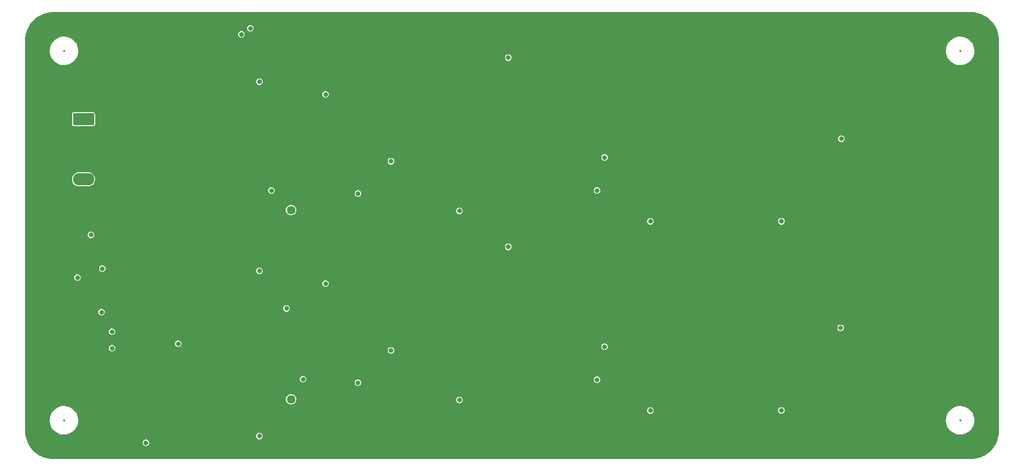
<source format=gbr>
%TF.GenerationSoftware,KiCad,Pcbnew,7.0.10-7.0.10~ubuntu22.04.1*%
%TF.CreationDate,2024-02-23T19:53:56-06:00*%
%TF.ProjectId,aom_driver,616f6d5f-6472-4697-9665-722e6b696361,v1*%
%TF.SameCoordinates,Original*%
%TF.FileFunction,Copper,L3,Inr*%
%TF.FilePolarity,Positive*%
%FSLAX46Y46*%
G04 Gerber Fmt 4.6, Leading zero omitted, Abs format (unit mm)*
G04 Created by KiCad (PCBNEW 7.0.10-7.0.10~ubuntu22.04.1) date 2024-02-23 19:53:56*
%MOMM*%
%LPD*%
G01*
G04 APERTURE LIST*
G04 Aperture macros list*
%AMRoundRect*
0 Rectangle with rounded corners*
0 $1 Rounding radius*
0 $2 $3 $4 $5 $6 $7 $8 $9 X,Y pos of 4 corners*
0 Add a 4 corners polygon primitive as box body*
4,1,4,$2,$3,$4,$5,$6,$7,$8,$9,$2,$3,0*
0 Add four circle primitives for the rounded corners*
1,1,$1+$1,$2,$3*
1,1,$1+$1,$4,$5*
1,1,$1+$1,$6,$7*
1,1,$1+$1,$8,$9*
0 Add four rect primitives between the rounded corners*
20,1,$1+$1,$2,$3,$4,$5,0*
20,1,$1+$1,$4,$5,$6,$7,0*
20,1,$1+$1,$6,$7,$8,$9,0*
20,1,$1+$1,$8,$9,$2,$3,0*%
G04 Aperture macros list end*
%TA.AperFunction,ComponentPad*%
%ADD10C,1.440000*%
%TD*%
%TA.AperFunction,ComponentPad*%
%ADD11C,1.016000*%
%TD*%
%TA.AperFunction,ComponentPad*%
%ADD12RoundRect,0.249999X-1.550001X0.790001X-1.550001X-0.790001X1.550001X-0.790001X1.550001X0.790001X0*%
%TD*%
%TA.AperFunction,ComponentPad*%
%ADD13O,3.600000X2.080000*%
%TD*%
%TA.AperFunction,ViaPad*%
%ADD14C,0.800000*%
%TD*%
%TA.AperFunction,Conductor*%
%ADD15C,0.254000*%
%TD*%
%ADD16C,0.350000*%
G04 APERTURE END LIST*
D10*
%TO.N,Net-(U9-SET)*%
%TO.C,RV1*%
X114045500Y-127380500D03*
%TO.N,GND*%
X111505500Y-127380500D03*
X108965500Y-127380500D03*
%TD*%
D11*
%TO.N,GND*%
%TO.C,X2*%
X196342500Y-83566500D03*
X196342500Y-75946500D03*
X194945500Y-84963500D03*
X194945500Y-82296500D03*
X194945500Y-77216500D03*
X194945500Y-74676500D03*
X194945500Y-72771500D03*
X193802500Y-81026500D03*
X193802500Y-78486500D03*
X193675500Y-83566500D03*
X193675500Y-74168500D03*
X192405500Y-84963500D03*
X192405500Y-72771500D03*
X191135500Y-83566500D03*
X191135500Y-74168500D03*
X190246500Y-78867500D03*
X189865500Y-82423500D03*
X189865500Y-72771500D03*
X188595500Y-74168500D03*
X187325500Y-82423500D03*
X187325500Y-72771500D03*
X186690500Y-79375500D03*
X186690500Y-76835500D03*
X186055500Y-74168500D03*
X185547500Y-83566500D03*
X185547500Y-80645500D03*
X185547500Y-75565500D03*
X184785500Y-84963500D03*
X184785500Y-72771500D03*
X184150500Y-81915500D03*
X184150500Y-74295500D03*
%TD*%
%TO.N,GND*%
%TO.C,X1*%
X196342000Y-115570000D03*
X196342000Y-107950000D03*
X194945000Y-116967000D03*
X194945000Y-114300000D03*
X194945000Y-109220000D03*
X194945000Y-106680000D03*
X194945000Y-104775000D03*
X193802000Y-113030000D03*
X193802000Y-110490000D03*
X193675000Y-115570000D03*
X193675000Y-106172000D03*
X192405000Y-116967000D03*
X192405000Y-104775000D03*
X191135000Y-115570000D03*
X191135000Y-106172000D03*
X190246000Y-110871000D03*
X189865000Y-114427000D03*
X189865000Y-104775000D03*
X188595000Y-106172000D03*
X187325000Y-114427000D03*
X187325000Y-104775000D03*
X186690000Y-111379000D03*
X186690000Y-108839000D03*
X186055000Y-106172000D03*
X185547000Y-115570000D03*
X185547000Y-112649000D03*
X185547000Y-107569000D03*
X184785000Y-116967000D03*
X184785000Y-104775000D03*
X184150000Y-113919000D03*
X184150000Y-106299000D03*
%TD*%
D10*
%TO.N,Net-(U10-SET)*%
%TO.C,RV2*%
X114046000Y-95377000D03*
%TO.N,GND*%
X111506000Y-95377000D03*
X108966000Y-95377000D03*
%TD*%
D11*
%TO.N,GND*%
%TO.C,FL2*%
X135636500Y-80899500D03*
X135636500Y-72009500D03*
X132461500Y-77724500D03*
X132461500Y-75184500D03*
X129921500Y-77724500D03*
X129921500Y-75184500D03*
X126746500Y-80899500D03*
X126746500Y-72009500D03*
%TD*%
%TO.N,GND*%
%TO.C,FL1*%
X135636000Y-112903000D03*
X135636000Y-104013000D03*
X132461000Y-109728000D03*
X132461000Y-107188000D03*
X129921000Y-109728000D03*
X129921000Y-107188000D03*
X126746000Y-112903000D03*
X126746000Y-104013000D03*
%TD*%
D12*
%TO.N,VDD*%
%TO.C,J3*%
X78994500Y-80010500D03*
D13*
%TO.N,GND*%
X78994500Y-85090500D03*
%TO.N,VEE*%
X78994500Y-90170500D03*
%TD*%
D14*
%TO.N,VDD*%
X196889500Y-97282000D03*
X107188500Y-64643500D03*
X174752000Y-97282500D03*
X174751500Y-129286000D03*
X142493500Y-127507500D03*
X142494000Y-95504000D03*
X125348500Y-124586500D03*
X125349000Y-92583000D03*
X196889000Y-129285500D03*
X207010000Y-83312000D03*
X206883000Y-115315500D03*
X80264500Y-99568000D03*
%TO.N,GND*%
X98806500Y-91313500D03*
X171958000Y-130937000D03*
X98806500Y-77597500D03*
X195326000Y-86614000D03*
X201676000Y-131699000D03*
X101854500Y-101981500D03*
X213868500Y-131699500D03*
X157607500Y-73025500D03*
X141859500Y-83312500D03*
X172720500Y-99695500D03*
X100330500Y-95885500D03*
X214630500Y-71501500D03*
X120142000Y-132461000D03*
X140716500Y-67691500D03*
X213106500Y-118745500D03*
X100330500Y-82169500D03*
X107950500Y-100457500D03*
X141859000Y-115316000D03*
X157607500Y-80645500D03*
X101092500Y-105791500D03*
X120142500Y-68453500D03*
X184785000Y-102870000D03*
X147574000Y-130937000D03*
X141478500Y-68453500D03*
X108712500Y-99695500D03*
X177292000Y-131699000D03*
X91948500Y-121031500D03*
X162814000Y-130937000D03*
X162052500Y-99695500D03*
X102616500Y-93599500D03*
X187960500Y-67691500D03*
X139192500Y-67691500D03*
X207010500Y-68453500D03*
X155194000Y-130937000D03*
X191770500Y-100457500D03*
X135382500Y-66929500D03*
X139192500Y-99695500D03*
X103378500Y-89789500D03*
X101854500Y-82169500D03*
X99568500Y-98171500D03*
X152908000Y-131699000D03*
X184912500Y-99695500D03*
X107950500Y-68453500D03*
X133096500Y-99695500D03*
X197866000Y-130937000D03*
X112522500Y-66929500D03*
X149860500Y-99695500D03*
X191008000Y-131699000D03*
X213868500Y-127127500D03*
X101854500Y-88265500D03*
X145669000Y-101600000D03*
X126238500Y-98933500D03*
X138430500Y-66929500D03*
X141859000Y-112903000D03*
X139572500Y-129412500D03*
X101854500Y-114173500D03*
X182499000Y-102870000D03*
X156718500Y-100457500D03*
X98044500Y-101219500D03*
X214630500Y-68453500D03*
X213106500Y-86741500D03*
X214630500Y-114173500D03*
X181102500Y-66929500D03*
X99568500Y-108839500D03*
X102616500Y-105791500D03*
X197866500Y-66929500D03*
X97282500Y-101981500D03*
X106426000Y-132461000D03*
X182626000Y-132461000D03*
X102616500Y-116459500D03*
X100330500Y-111125500D03*
X109474000Y-130937000D03*
X126238500Y-68453500D03*
X194563000Y-121030000D03*
X92710500Y-121793500D03*
X214630500Y-132461500D03*
X95758500Y-114173500D03*
X115697000Y-110490000D03*
X129286000Y-132461000D03*
X213106500Y-66929500D03*
X170434500Y-66929500D03*
X212344500Y-131699500D03*
X168148500Y-99695500D03*
X123190500Y-98933500D03*
X101854500Y-100457500D03*
X213106500Y-80645500D03*
X144526500Y-100457500D03*
X179578500Y-100457500D03*
X177292500Y-67691500D03*
X182499500Y-75565500D03*
X103378500Y-92837500D03*
X98044500Y-114935500D03*
X168910000Y-130937000D03*
X97282500Y-121793500D03*
X213868500Y-96647500D03*
X106426500Y-100457500D03*
X97282500Y-117221500D03*
X118618500Y-66929500D03*
X194945500Y-70866500D03*
X187198000Y-132461000D03*
X91186500Y-121793500D03*
X121666500Y-66929500D03*
X98044500Y-116459500D03*
X101854500Y-103505500D03*
X205486000Y-132461000D03*
X111760000Y-131699000D03*
X203962000Y-130937000D03*
X183641500Y-125983500D03*
X101854500Y-89789500D03*
X184150000Y-130937000D03*
X161290500Y-100457500D03*
X115570000Y-132461000D03*
X100330500Y-97409500D03*
X213868500Y-108839500D03*
X198247500Y-77216500D03*
X209296500Y-67691500D03*
X210058500Y-98933500D03*
X214630500Y-85217500D03*
X154432000Y-131699000D03*
X101854500Y-105029500D03*
X152146000Y-132461000D03*
X109474500Y-100457500D03*
X153670500Y-66929500D03*
X99568500Y-96647500D03*
X103378500Y-121793500D03*
X98806500Y-88265500D03*
X149098500Y-98933500D03*
X136906500Y-68453500D03*
X203962500Y-98933500D03*
X89662500Y-114173500D03*
X179578500Y-66929500D03*
X124769500Y-115317500D03*
X114046500Y-98933500D03*
X178054500Y-68453500D03*
X198247000Y-106680000D03*
X96520500Y-104267500D03*
X110998000Y-132461000D03*
X155956000Y-131699000D03*
X164338500Y-68453500D03*
X120904500Y-99695500D03*
X210058500Y-100457500D03*
X213106500Y-68453500D03*
X130810500Y-98933500D03*
X158242500Y-66929500D03*
X196342000Y-132461000D03*
X104140500Y-67691500D03*
X189015500Y-127762000D03*
X149098500Y-66929500D03*
X183642000Y-93980000D03*
X103378500Y-100457500D03*
X128524000Y-131699000D03*
X143764500Y-67691500D03*
X176530500Y-68453500D03*
X161290000Y-132461000D03*
X102616500Y-87503500D03*
X106426500Y-66929500D03*
X174244500Y-67691500D03*
X213868500Y-102743500D03*
X137470000Y-121160000D03*
X214630500Y-115697500D03*
X207772000Y-131699000D03*
X213106500Y-77597500D03*
X131572500Y-67691500D03*
X89662500Y-120269500D03*
X152908500Y-67691500D03*
X168148000Y-131699000D03*
X99568500Y-79883500D03*
X127437500Y-82425500D03*
X118166000Y-89029000D03*
X191770500Y-98933500D03*
X92710500Y-114173500D03*
X181102000Y-130937000D03*
X210058500Y-68453500D03*
X141478500Y-100457500D03*
X115697500Y-78486500D03*
X213106500Y-127889500D03*
X97282500Y-120269500D03*
X99568500Y-89027500D03*
X101854500Y-80645500D03*
X102616500Y-131699500D03*
X185674500Y-98933500D03*
X187960500Y-99695500D03*
X126238000Y-132461000D03*
X168910500Y-98933500D03*
X214630500Y-77597500D03*
X186309000Y-118872000D03*
X98806500Y-89789500D03*
X123190500Y-100457500D03*
X155447500Y-120903500D03*
X118618500Y-98933500D03*
X197104500Y-70866500D03*
X186309500Y-86868500D03*
X136906000Y-132461000D03*
X213106500Y-123317500D03*
X161290500Y-66929500D03*
X178054500Y-66929500D03*
X167004500Y-126491500D03*
X127762500Y-98933500D03*
X127000500Y-99695500D03*
X145288500Y-99695500D03*
X117856000Y-131699000D03*
X214630500Y-86741500D03*
X108712500Y-67691500D03*
X99568500Y-110363500D03*
X103378500Y-83693500D03*
X100330500Y-92837500D03*
X95758500Y-109601500D03*
X205486500Y-68453500D03*
X95758500Y-118745500D03*
X137470000Y-110365000D03*
X213106500Y-98933500D03*
X159766500Y-66929500D03*
X90043500Y-118237500D03*
X164338500Y-66929500D03*
X95758500Y-120269500D03*
X175189500Y-90172500D03*
X175768500Y-67691500D03*
X144018000Y-93345000D03*
X124714000Y-132461000D03*
X147574500Y-100457500D03*
X182626500Y-68453500D03*
X117094500Y-98933500D03*
X102616500Y-111887500D03*
X213106500Y-69977500D03*
X171958000Y-132461000D03*
X133858500Y-100457500D03*
X207772500Y-67691500D03*
X103378500Y-97409500D03*
X213106500Y-100457500D03*
X175006500Y-100457500D03*
X192405500Y-70866500D03*
X214630500Y-95885500D03*
X99568500Y-116459500D03*
X102616500Y-92075500D03*
X210820000Y-131699000D03*
X195580500Y-99695500D03*
X213868500Y-92075500D03*
X139954500Y-100457500D03*
X213106500Y-115697500D03*
X101854500Y-77597500D03*
X137668000Y-131699000D03*
X92710500Y-120269500D03*
X175006000Y-132461000D03*
X208534500Y-100457500D03*
X165862500Y-98933500D03*
X131247500Y-70487500D03*
X127762500Y-100457500D03*
X104140500Y-131699500D03*
X100330500Y-89789500D03*
X134620500Y-99695500D03*
X104902500Y-66929500D03*
X86106000Y-109363000D03*
X103378500Y-115697500D03*
X114046500Y-66929500D03*
X187198500Y-68453500D03*
X155194500Y-68453500D03*
X101854500Y-112649500D03*
X184150000Y-132461000D03*
X103378500Y-101981500D03*
X159004500Y-67691500D03*
X162814500Y-98933500D03*
X197866500Y-68453500D03*
X122428500Y-67691500D03*
X110236000Y-131699000D03*
X113284000Y-131699000D03*
X123190000Y-132461000D03*
X100330500Y-100457500D03*
X213106500Y-79121500D03*
X167386500Y-68453500D03*
X166624500Y-99695500D03*
X99568500Y-121031500D03*
X191770000Y-132461000D03*
X160528500Y-99695500D03*
X94996000Y-111887000D03*
X197866000Y-132461000D03*
X124714500Y-66929500D03*
X88392000Y-129667000D03*
X98806500Y-105029500D03*
X159004500Y-99695500D03*
X213868500Y-111887500D03*
X196342500Y-68453500D03*
X213868500Y-93599500D03*
X213106500Y-114173500D03*
X103378500Y-105029500D03*
X206248500Y-99695500D03*
X139573000Y-97409000D03*
X98806500Y-83693500D03*
X213868500Y-95123500D03*
X117094500Y-100457500D03*
X91948500Y-114935500D03*
X139954500Y-66929500D03*
X107188500Y-99695500D03*
X144526500Y-98933500D03*
X81407500Y-124587500D03*
X170434500Y-100457500D03*
X182372000Y-117348000D03*
X155194500Y-98933500D03*
X207010000Y-117348000D03*
X95758500Y-108077500D03*
X183388500Y-99695500D03*
X186436500Y-99695500D03*
X101854500Y-118745500D03*
X190246000Y-130937000D03*
X101854500Y-97409500D03*
X109474500Y-66929500D03*
X182372500Y-85344500D03*
X116332500Y-67691500D03*
X103378500Y-118745500D03*
X207010000Y-132461000D03*
X202438500Y-98933500D03*
X100330500Y-117221500D03*
X147574500Y-98933500D03*
X111760500Y-99695500D03*
X213106500Y-121793500D03*
X184912500Y-67691500D03*
X103378500Y-88265500D03*
X149098500Y-68453500D03*
X102616500Y-130175500D03*
X90845000Y-99618000D03*
X99568500Y-95123500D03*
X120142500Y-98933500D03*
X126238500Y-100457500D03*
X129286500Y-68453500D03*
X104902500Y-68453500D03*
X115570500Y-100457500D03*
X101854500Y-109601500D03*
X193294500Y-100457500D03*
X146050500Y-98933500D03*
X175006500Y-66929500D03*
X100330500Y-86741500D03*
X140716000Y-131699000D03*
X212344500Y-99695500D03*
X112522000Y-130937000D03*
X142240500Y-99695500D03*
X117094500Y-68453500D03*
X111379000Y-81915000D03*
X187198500Y-66929500D03*
X213106500Y-108077500D03*
X155448000Y-88900000D03*
X103378500Y-123317500D03*
X105664500Y-99695500D03*
X200914500Y-98933500D03*
X93472500Y-113411500D03*
X143002500Y-98933500D03*
X193294500Y-68453500D03*
X205486500Y-98933500D03*
X184150500Y-66929500D03*
X166624500Y-67691500D03*
X101854500Y-106553500D03*
X98806500Y-97409500D03*
X90424500Y-121031500D03*
X207010000Y-85344000D03*
X117094500Y-66929500D03*
X173482500Y-98933500D03*
X98806500Y-85217500D03*
X165100500Y-99695500D03*
X98806500Y-101981500D03*
X213868500Y-114935500D03*
X156718000Y-130937000D03*
X123952500Y-67691500D03*
X103378500Y-117221500D03*
X161290500Y-68453500D03*
X186436500Y-67691500D03*
X214630500Y-109601500D03*
X98806500Y-115697500D03*
X214630500Y-127889500D03*
X211582500Y-68453500D03*
X198247000Y-104648000D03*
X138430500Y-100457500D03*
X192532500Y-67691500D03*
X214630500Y-91313500D03*
X117856500Y-67691500D03*
X203200000Y-131699000D03*
X98806500Y-118745500D03*
X114808500Y-99695500D03*
X96520500Y-113411500D03*
X99568500Y-73787500D03*
X101854500Y-85217500D03*
X182499500Y-73279500D03*
X115570500Y-68453500D03*
X141859500Y-74041500D03*
X141478500Y-66929500D03*
X164338500Y-100457500D03*
X205486500Y-100457500D03*
X210058500Y-66929500D03*
X123190500Y-66929500D03*
X192532500Y-99695500D03*
X185674500Y-100457500D03*
X118618500Y-68453500D03*
X175006500Y-98933500D03*
X159766500Y-98933500D03*
X99568500Y-87503500D03*
X110998000Y-130937000D03*
X180340000Y-131699000D03*
X155194000Y-132461000D03*
X99568500Y-90551500D03*
X125151000Y-110365000D03*
X101854500Y-126365500D03*
X213868500Y-110363500D03*
X213868500Y-81407500D03*
X110998500Y-100457500D03*
X157607000Y-107569000D03*
X141859000Y-106045000D03*
X128524500Y-67691500D03*
X148336500Y-69596500D03*
X100330500Y-103505500D03*
X102616500Y-102743500D03*
X94996500Y-113411500D03*
X213106500Y-129413500D03*
X99568500Y-114935500D03*
X118165500Y-121032500D03*
X96520500Y-107315500D03*
X168910500Y-68453500D03*
X155194500Y-66929500D03*
X99568500Y-101219500D03*
X187198500Y-100457500D03*
X169672500Y-67691500D03*
X137470500Y-89156500D03*
X213868500Y-113411500D03*
X131572500Y-99695500D03*
X156718500Y-98933500D03*
X202438500Y-68453500D03*
X133858500Y-68453500D03*
X181864500Y-99695500D03*
X141859000Y-110617000D03*
X213106500Y-109601500D03*
X98806500Y-114173500D03*
X95758500Y-105029500D03*
X103378500Y-86741500D03*
X132334500Y-68453500D03*
X153670500Y-68453500D03*
X148336500Y-67691500D03*
X195325500Y-118617500D03*
X129286000Y-130937000D03*
X101854500Y-129413500D03*
X167315500Y-76456500D03*
X199390500Y-66929500D03*
X101854500Y-132461500D03*
X213868500Y-116459500D03*
X207772500Y-99695500D03*
X120142000Y-130937000D03*
X106426000Y-130937000D03*
X122428000Y-131699000D03*
X139954000Y-132461000D03*
X154432500Y-99695500D03*
X204724500Y-99695500D03*
X213106500Y-106553500D03*
X139954500Y-68453500D03*
X142240000Y-131699000D03*
X126873000Y-84455000D03*
X141859500Y-80899500D03*
X124714000Y-130937000D03*
X172720500Y-67691500D03*
X184912000Y-131699000D03*
X191770500Y-66929500D03*
X116966500Y-104901500D03*
X101092000Y-107315000D03*
X94234500Y-118745500D03*
X127762000Y-130937000D03*
X99568500Y-84455500D03*
X214630500Y-101981500D03*
X190246000Y-132461000D03*
X103378500Y-112649500D03*
X146050500Y-66929500D03*
X167386000Y-130937000D03*
X119380000Y-131699000D03*
X101854500Y-92837500D03*
X161290500Y-98933500D03*
X212344500Y-67691500D03*
X162814500Y-66929500D03*
X214630500Y-121793500D03*
X213106500Y-126365500D03*
X197866500Y-100457500D03*
X102616500Y-78359500D03*
X145288500Y-67691500D03*
X116840000Y-107188000D03*
X110236500Y-67691500D03*
X102616500Y-82931500D03*
X214630500Y-76073500D03*
X136906500Y-98933500D03*
X182372000Y-113030000D03*
X214630500Y-106553500D03*
X214630500Y-105029500D03*
X103378500Y-132461500D03*
X121666500Y-98933500D03*
X107950500Y-66929500D03*
X183388000Y-131699000D03*
X176530000Y-132461000D03*
X112522500Y-98933500D03*
X143383500Y-85090500D03*
X167315500Y-82806500D03*
X175189000Y-122176000D03*
X102616500Y-76835500D03*
X96520500Y-108839500D03*
X98806500Y-106553500D03*
X164338500Y-98933500D03*
X102616500Y-99695500D03*
X200152500Y-99695500D03*
X200914500Y-100457500D03*
X103378500Y-106553500D03*
X165862000Y-130937000D03*
X170434500Y-68453500D03*
X103378500Y-69977500D03*
X103378500Y-71501500D03*
X103378500Y-73025500D03*
X175768500Y-99695500D03*
X210820500Y-99695500D03*
X157607000Y-115062000D03*
X174244500Y-99695500D03*
X154432500Y-67691500D03*
X123952000Y-131699000D03*
X100330500Y-98933500D03*
X179578000Y-132461000D03*
X202438000Y-130937000D03*
X95758500Y-115697500D03*
X200914500Y-68453500D03*
X183515000Y-118872000D03*
X97282500Y-106553500D03*
X157480500Y-99695500D03*
X148336500Y-99695500D03*
X190246500Y-98933500D03*
X170434000Y-132461000D03*
X102616500Y-124079500D03*
X99568500Y-111887500D03*
X95758500Y-106553500D03*
X193294000Y-130937000D03*
X213868500Y-67691500D03*
X213106500Y-124841500D03*
X140716500Y-99695500D03*
X102616500Y-121031500D03*
X213868500Y-125603500D03*
X91186500Y-114173500D03*
X213106500Y-132461500D03*
X130048500Y-99695500D03*
X203200500Y-67691500D03*
X173482500Y-68453500D03*
X124714500Y-68453500D03*
X136144500Y-67691500D03*
X131247000Y-102491000D03*
X194818000Y-130937000D03*
X214630500Y-129413500D03*
X213106500Y-71501500D03*
X208534500Y-66929500D03*
X165862500Y-66929500D03*
X98806500Y-98933500D03*
X149098500Y-100457500D03*
X209296500Y-99695500D03*
X125024000Y-106428000D03*
X183515500Y-86868500D03*
X95758500Y-112649500D03*
X213868500Y-84455500D03*
X138430000Y-130937000D03*
X189484500Y-67691500D03*
X98806500Y-92837500D03*
X131572000Y-131699000D03*
X135382500Y-68453500D03*
X210241000Y-108206000D03*
X177292500Y-99695500D03*
X120142500Y-100457500D03*
X207010500Y-100457500D03*
X157607500Y-75565500D03*
X182499500Y-70866500D03*
X213106500Y-74549500D03*
X100330500Y-76073500D03*
X213106500Y-95885500D03*
X214630500Y-124841500D03*
X147574500Y-66929500D03*
X181102500Y-98933500D03*
X91186500Y-112649500D03*
X189865000Y-102870000D03*
X103378500Y-120269500D03*
X213106500Y-105029500D03*
X196342000Y-130937000D03*
X165100000Y-131699000D03*
X139954500Y-98933500D03*
X213106500Y-92837500D03*
X101854500Y-120269500D03*
X143383000Y-117094000D03*
X109474000Y-132461000D03*
X177094500Y-75567500D03*
X199390500Y-100457500D03*
X99568500Y-113411500D03*
X130048000Y-131699000D03*
X101854500Y-111125500D03*
X101854500Y-69977500D03*
X188722000Y-132461000D03*
X170434000Y-130937000D03*
X107950500Y-98933500D03*
X95758500Y-103505500D03*
X101854500Y-95885500D03*
X171196500Y-67691500D03*
X106426500Y-98933500D03*
X133096500Y-67691500D03*
X135382000Y-130937000D03*
X199390000Y-132461000D03*
X214630500Y-69977500D03*
X199390000Y-130937000D03*
X182626000Y-130937000D03*
X133096000Y-131699000D03*
X187960000Y-131699000D03*
X201676500Y-67691500D03*
X106426500Y-68453500D03*
X150622500Y-98933500D03*
X163576500Y-99695500D03*
X171196500Y-99695500D03*
X175570000Y-107571000D03*
X137668500Y-67691500D03*
X100330500Y-105029500D03*
X156718000Y-132461000D03*
X102616500Y-84455500D03*
X152146500Y-98933500D03*
X185674500Y-66929500D03*
X98806500Y-95885500D03*
X103378500Y-85217500D03*
X101854500Y-130937500D03*
X201676500Y-99695500D03*
X102616500Y-122555500D03*
X102616500Y-95123500D03*
X114173500Y-77470500D03*
X103378500Y-66929500D03*
X167386500Y-66929500D03*
X99568500Y-82931500D03*
X199390500Y-68453500D03*
X102616500Y-101219500D03*
X103378500Y-77597500D03*
X173482000Y-132461000D03*
X136906000Y-130937000D03*
X122301000Y-80264000D03*
X99568500Y-92075500D03*
X165862500Y-100457500D03*
X114046500Y-100457500D03*
X194818500Y-68453500D03*
X165100500Y-67691500D03*
X103378500Y-109601500D03*
X136906500Y-66929500D03*
X98044500Y-117983500D03*
X125095000Y-80137000D03*
X205486000Y-130937000D03*
X188722500Y-98933500D03*
X213106500Y-88265500D03*
X196342500Y-100457500D03*
X180340500Y-99695500D03*
X100330500Y-121793500D03*
X213106500Y-103505500D03*
X207010000Y-130937000D03*
X98044500Y-121031500D03*
X178816500Y-99695500D03*
X171958500Y-68453500D03*
X142240500Y-67691500D03*
X173482000Y-130937000D03*
X116332000Y-131699000D03*
X99568500Y-117983500D03*
X129286500Y-66929500D03*
X143764000Y-131699000D03*
X214630500Y-120269500D03*
X103378500Y-68453500D03*
X179578500Y-98933500D03*
X192532000Y-131699000D03*
X181864000Y-131699000D03*
X185674500Y-68453500D03*
X94996500Y-121031500D03*
X213868500Y-130175500D03*
X151384500Y-67691500D03*
X213106500Y-91313500D03*
X120142500Y-66929500D03*
X96520500Y-116459500D03*
X189865500Y-70866500D03*
X155194500Y-100457500D03*
X213106500Y-85217500D03*
X213868500Y-90551500D03*
X169672000Y-131699000D03*
X94234500Y-120269500D03*
X157480000Y-131699000D03*
X121666000Y-132461000D03*
X200914000Y-132461000D03*
X207010500Y-66929500D03*
X135311500Y-82552500D03*
X167386500Y-100457500D03*
X213106500Y-82169500D03*
X178054000Y-132461000D03*
X99568500Y-99695500D03*
X202438500Y-66929500D03*
X153670000Y-132461000D03*
X179578000Y-130937000D03*
X138430500Y-98933500D03*
X163576000Y-114935000D03*
X121666500Y-100457500D03*
X136144000Y-131699000D03*
X143002000Y-132461000D03*
X214630500Y-108077500D03*
X162052000Y-131699000D03*
X163575500Y-123824500D03*
X149860000Y-131699000D03*
X110998500Y-66929500D03*
X101854500Y-127889500D03*
X188722500Y-68453500D03*
X133858500Y-66929500D03*
X214630500Y-117221500D03*
X102616500Y-125603500D03*
X95758500Y-117221500D03*
X208534500Y-98933500D03*
X210820500Y-67691500D03*
X214630500Y-103505500D03*
X150622500Y-68453500D03*
X104902500Y-130937500D03*
X100330500Y-73025500D03*
X184150500Y-68453500D03*
X146812500Y-99695500D03*
X99568500Y-78359500D03*
X167315000Y-108460000D03*
X145288000Y-131699000D03*
X213868500Y-98171500D03*
X96520500Y-111887500D03*
X103378500Y-79121500D03*
X156718500Y-66929500D03*
X153289000Y-101600000D03*
X213868500Y-73787500D03*
X177094000Y-107571000D03*
X116840500Y-75184500D03*
X90424500Y-114935500D03*
X97282500Y-105029500D03*
X98044500Y-99695500D03*
X203962500Y-68453500D03*
X214630500Y-112649500D03*
X168910000Y-132461000D03*
X127762500Y-68453500D03*
X102616500Y-67691500D03*
X207010500Y-98933500D03*
X191770500Y-68453500D03*
X103378500Y-108077500D03*
X97282500Y-111125500D03*
X101854500Y-79121500D03*
X203962500Y-66929500D03*
X133858000Y-132461000D03*
X147574000Y-132461000D03*
X102616500Y-73787500D03*
X193294500Y-98933500D03*
X185674000Y-132461000D03*
X175570500Y-75567500D03*
X150622500Y-100457500D03*
X114046500Y-68453500D03*
X157480500Y-67691500D03*
X195580000Y-131699000D03*
X113284500Y-67691500D03*
X127000500Y-67691500D03*
X97282500Y-103505500D03*
X112522500Y-100457500D03*
X101854500Y-86741500D03*
X137216000Y-106428000D03*
X101854500Y-66929500D03*
X204724000Y-131699000D03*
X148336000Y-131699000D03*
X99568500Y-105791500D03*
X213868500Y-104267500D03*
X178816500Y-67691500D03*
X182499000Y-107569000D03*
X107950000Y-132461000D03*
X152583500Y-85092500D03*
X101854500Y-91313500D03*
X132334500Y-98933500D03*
X102616500Y-108839500D03*
X109474500Y-68453500D03*
X183388500Y-67691500D03*
X175768000Y-131699000D03*
X214630500Y-74549500D03*
X192531500Y-118617500D03*
X101854500Y-83693500D03*
X112522500Y-68453500D03*
X213868500Y-69215500D03*
X162814500Y-68453500D03*
X102616500Y-128651500D03*
X159004000Y-131699000D03*
X198247500Y-82550000D03*
X126238000Y-130937000D03*
X197104000Y-102870000D03*
X125983500Y-116331500D03*
X102616500Y-113411500D03*
X166624000Y-131699000D03*
X213868500Y-101219500D03*
X92710500Y-117221500D03*
X99568500Y-93599500D03*
X208534000Y-130937000D03*
X204724500Y-67691500D03*
X182372000Y-115189000D03*
X179578500Y-68453500D03*
X130810500Y-66929500D03*
X213868500Y-107315500D03*
X211582500Y-98933500D03*
X213106500Y-83693500D03*
X98806500Y-109601500D03*
X181864500Y-67691500D03*
X122428500Y-99695500D03*
X167005000Y-94488000D03*
X95758500Y-121793500D03*
X86614500Y-116459500D03*
X180340500Y-67691500D03*
X96520500Y-105791500D03*
X134620500Y-67691500D03*
X101092500Y-119507500D03*
X208534000Y-132461000D03*
X98806500Y-121793500D03*
X103378500Y-91313500D03*
X111378500Y-113918500D03*
X98806500Y-111125500D03*
X129286500Y-98933500D03*
X98044000Y-131826000D03*
X141478000Y-132461000D03*
X119761000Y-106680000D03*
X144526000Y-132461000D03*
X145669500Y-69596500D03*
X184785500Y-70866500D03*
X146050500Y-100457500D03*
X96520500Y-102743500D03*
X191770000Y-130937000D03*
X130048500Y-67691500D03*
X136144500Y-99695500D03*
X213868500Y-85979500D03*
X132334500Y-100457500D03*
X213106500Y-97409500D03*
X213868500Y-70739500D03*
X162814000Y-132461000D03*
X100330500Y-120269500D03*
X130810500Y-68453500D03*
X203708000Y-77470000D03*
X149098000Y-132461000D03*
X194818500Y-100457500D03*
X144526500Y-66929500D03*
X144017500Y-125348500D03*
X153670500Y-100457500D03*
X146812500Y-67691500D03*
X95758500Y-101981500D03*
X184150500Y-100457500D03*
X103378500Y-114173500D03*
X101854500Y-68453500D03*
X196342500Y-66929500D03*
X152146500Y-100457500D03*
X100330500Y-83693500D03*
X104902500Y-132461500D03*
X165862500Y-68453500D03*
X214630500Y-82169500D03*
X213868500Y-76835500D03*
X116840000Y-108458000D03*
X187325000Y-102870000D03*
X103378500Y-127889500D03*
X165862000Y-132461000D03*
X91186000Y-91313000D03*
X101854500Y-124841500D03*
X153289500Y-69596500D03*
X123190500Y-68453500D03*
X103378500Y-74549500D03*
X203962000Y-132461000D03*
X213106500Y-117221500D03*
X143002000Y-130937000D03*
X118618000Y-132461000D03*
X121666500Y-68453500D03*
X133858500Y-98933500D03*
X194056500Y-99695500D03*
X214630500Y-88265500D03*
X159766000Y-132461000D03*
X125222000Y-73533000D03*
X188722500Y-100457500D03*
X101854500Y-71501500D03*
X98806500Y-112649500D03*
X161290000Y-130937000D03*
X114808500Y-67691500D03*
X164338000Y-130937000D03*
X198247000Y-114553500D03*
X213106500Y-89789500D03*
X175006500Y-68453500D03*
X96520500Y-110363500D03*
X213868500Y-119507500D03*
X102616500Y-72263500D03*
X162052500Y-67691500D03*
X89154000Y-77724000D03*
X213106500Y-120269500D03*
X181102500Y-100457500D03*
X164338000Y-132461000D03*
X102616500Y-90551500D03*
X139192000Y-131699000D03*
X213106500Y-112649500D03*
X198247500Y-74676500D03*
X145979500Y-85092500D03*
X200914500Y-66929500D03*
X213868500Y-105791500D03*
X195580500Y-67691500D03*
X141478000Y-130937000D03*
X137470500Y-78361500D03*
X197104500Y-67691500D03*
X130810500Y-100457500D03*
X210241500Y-76202500D03*
X96520500Y-117983500D03*
X163576000Y-91821000D03*
X211582500Y-100457500D03*
X128524500Y-99695500D03*
X170434500Y-98933500D03*
X99568500Y-81407500D03*
X127762500Y-66929500D03*
X152908500Y-99695500D03*
X103378500Y-111125500D03*
X144526500Y-68453500D03*
X102616500Y-117983500D03*
X144526000Y-130937000D03*
X139954000Y-130937000D03*
X196342500Y-98933500D03*
X102616500Y-85979500D03*
X199390500Y-98933500D03*
X90043500Y-116967500D03*
X146050000Y-132461000D03*
X214630500Y-100457500D03*
X115570500Y-98933500D03*
X98806500Y-94361500D03*
X213868500Y-89027500D03*
X214630500Y-94361500D03*
X143002500Y-68453500D03*
X98806500Y-76073500D03*
X110998500Y-98933500D03*
X102616500Y-96647500D03*
X211582000Y-130937000D03*
X194818500Y-66929500D03*
X126238500Y-66929500D03*
X86614500Y-118110500D03*
X102616500Y-69215500D03*
X149098000Y-130937000D03*
X187198000Y-130937000D03*
X213868500Y-82931500D03*
X189016000Y-95758500D03*
X213868500Y-87503500D03*
X154940000Y-117094000D03*
X102616500Y-104267500D03*
X119380500Y-67691500D03*
X96520500Y-101219500D03*
X214630500Y-118745500D03*
X213868500Y-117983500D03*
X129286500Y-100457500D03*
X100330500Y-91313500D03*
X103378500Y-124841500D03*
X130810000Y-130937000D03*
X103378500Y-130937500D03*
X110236500Y-99695500D03*
X102616500Y-81407500D03*
X175006000Y-130937000D03*
X132334000Y-130937000D03*
X213868500Y-75311500D03*
X198247500Y-72644500D03*
X92710500Y-112649500D03*
X94234500Y-121793500D03*
X138430000Y-132461000D03*
X188722000Y-130937000D03*
X176530000Y-130937000D03*
X152146500Y-66929500D03*
X171958500Y-98933500D03*
X214630500Y-98933500D03*
X152146500Y-68453500D03*
X192532000Y-86614000D03*
X91948500Y-113411500D03*
X178054500Y-98933500D03*
X214630500Y-89789500D03*
X103378500Y-129413500D03*
X97282500Y-109601500D03*
X127762000Y-132461000D03*
X214630500Y-66929500D03*
X101092500Y-73787500D03*
X213106500Y-76073500D03*
X197104500Y-99695500D03*
X119380500Y-99695500D03*
X162814500Y-100457500D03*
X135311000Y-114556000D03*
X98806500Y-82169500D03*
X112014000Y-70866000D03*
X109474500Y-98933500D03*
X178054000Y-130937000D03*
X194056000Y-131699000D03*
X193294000Y-132461000D03*
X182626500Y-100457500D03*
X101854500Y-123317500D03*
X184150500Y-98933500D03*
X151384000Y-131699000D03*
X102616500Y-127127500D03*
X160528500Y-67691500D03*
X104902500Y-98933500D03*
X90424500Y-113411500D03*
X118491000Y-73406000D03*
X203707500Y-109473500D03*
X193294500Y-66929500D03*
X91186500Y-120269500D03*
X176530500Y-100457500D03*
X103378500Y-80645500D03*
X100330500Y-114173500D03*
X191008500Y-99695500D03*
X138430500Y-68453500D03*
X114173000Y-109474000D03*
X209296000Y-131699000D03*
X100330500Y-112649500D03*
X97282500Y-100457500D03*
X98806500Y-74549500D03*
X214630500Y-97409500D03*
X103378500Y-98933500D03*
X156718500Y-68453500D03*
X167315000Y-114810000D03*
X101092500Y-104267500D03*
X134620000Y-131699000D03*
X101854500Y-117221500D03*
X214630500Y-92837500D03*
X206248000Y-131699000D03*
X159766500Y-68453500D03*
X182626500Y-66929500D03*
X198628500Y-67691500D03*
X211582000Y-132461000D03*
X103378500Y-76073500D03*
X114046000Y-132461000D03*
X146812000Y-131699000D03*
X121285000Y-106553000D03*
X145979000Y-117096000D03*
X200152500Y-67691500D03*
X94234500Y-115697500D03*
X152146000Y-130937000D03*
X116332500Y-99695500D03*
X121666000Y-130937000D03*
X102616500Y-110363500D03*
X132334000Y-132461000D03*
X102616500Y-98171500D03*
X100330500Y-74549500D03*
X124714500Y-100457500D03*
X98044500Y-102743500D03*
X213868500Y-128651500D03*
X125476500Y-99695500D03*
X198628500Y-99695500D03*
X100330500Y-80645500D03*
X101092500Y-75311500D03*
X97282500Y-108077500D03*
X168910500Y-66929500D03*
X98806500Y-86741500D03*
X172720000Y-131699000D03*
X213868500Y-78359500D03*
X213868500Y-122555500D03*
X190246500Y-100457500D03*
X176530500Y-66929500D03*
X99568500Y-104267500D03*
X117094000Y-132461000D03*
X152583000Y-117096000D03*
X118618500Y-100457500D03*
X123952500Y-99695500D03*
X214630500Y-130937500D03*
X101092500Y-121031500D03*
X176530500Y-98933500D03*
X94234500Y-117221500D03*
X182372500Y-83185500D03*
X189484000Y-131699000D03*
X154940500Y-85090500D03*
X120904500Y-67691500D03*
X214630500Y-83693500D03*
X191008500Y-67691500D03*
X171196000Y-131699000D03*
X89662500Y-112649500D03*
X205486500Y-66929500D03*
X163576000Y-131699000D03*
X94234500Y-114173500D03*
X98806500Y-108077500D03*
X178054500Y-100457500D03*
X158242000Y-132461000D03*
X149860500Y-67691500D03*
X124714500Y-98933500D03*
X99568500Y-75311500D03*
X167386500Y-98933500D03*
X160528000Y-131699000D03*
X97282500Y-115697500D03*
X203962500Y-100457500D03*
X137216500Y-74424500D03*
X158242000Y-130937000D03*
X99568500Y-107315500D03*
X112013500Y-102869500D03*
X102616500Y-70739500D03*
X158242500Y-100457500D03*
X200914000Y-130937000D03*
X210058000Y-130937000D03*
X103378500Y-103505500D03*
X127000000Y-131699000D03*
X103378500Y-82169500D03*
X202438500Y-100457500D03*
X100330500Y-79121500D03*
X194818500Y-98933500D03*
X192405000Y-102870000D03*
X103378500Y-95885500D03*
X190246500Y-66929500D03*
X173482500Y-100457500D03*
X101092500Y-102743500D03*
X182499000Y-105283000D03*
X198247500Y-84582500D03*
X102616500Y-79883500D03*
X151384500Y-99695500D03*
X174244000Y-131699000D03*
X213106500Y-111125500D03*
X167386000Y-132461000D03*
X123317000Y-81788000D03*
X187198500Y-98933500D03*
X100330500Y-109601500D03*
X150622500Y-66929500D03*
X103378500Y-94361500D03*
X158242500Y-68453500D03*
X98806500Y-120269500D03*
X163576500Y-82931500D03*
X188722500Y-66929500D03*
X213868500Y-99695500D03*
X133858000Y-130937000D03*
X213868500Y-72263500D03*
X115570500Y-66929500D03*
X101854500Y-74549500D03*
X194056500Y-67691500D03*
X100330500Y-88265500D03*
X148336000Y-101600000D03*
X113284500Y-99695500D03*
X214630500Y-123317500D03*
X104140500Y-99695500D03*
X94996500Y-116459500D03*
X125476500Y-67691500D03*
X141859500Y-78613500D03*
X101854500Y-94361500D03*
X118618000Y-130937000D03*
X143002500Y-100457500D03*
X93472500Y-116459500D03*
X98806500Y-79121500D03*
X137668500Y-99695500D03*
X102616500Y-114935500D03*
X150622000Y-132461000D03*
X213106500Y-130937500D03*
X214630500Y-80645500D03*
X93472500Y-121031500D03*
X100330500Y-77597500D03*
X187325500Y-70866500D03*
X95758500Y-111125500D03*
X141478500Y-98933500D03*
X116840500Y-76454500D03*
X157607000Y-112649000D03*
X159766500Y-100457500D03*
X213868500Y-124079500D03*
X214630500Y-79121500D03*
X146050500Y-68453500D03*
X98806500Y-100457500D03*
X194563500Y-89026500D03*
X147574500Y-68453500D03*
X181102000Y-132461000D03*
X171958500Y-100457500D03*
X182626500Y-98933500D03*
X214630500Y-73025500D03*
X102616500Y-119507500D03*
X104902500Y-100457500D03*
X186436000Y-131699000D03*
X178816000Y-131699000D03*
X198247000Y-109220000D03*
X103378500Y-126365500D03*
X112522000Y-132461000D03*
X197104000Y-131699000D03*
X127437000Y-114429000D03*
X153670000Y-130937000D03*
X97282500Y-118745500D03*
X123190000Y-130937000D03*
X146050000Y-130937000D03*
X208534500Y-68453500D03*
X132334500Y-66929500D03*
X97282500Y-112649500D03*
X114808000Y-131699000D03*
X182372500Y-81026500D03*
X110998500Y-68453500D03*
X125476000Y-131699000D03*
X213868500Y-121031500D03*
X100330500Y-94361500D03*
X203200500Y-99695500D03*
X100330500Y-115697500D03*
X114046000Y-130937000D03*
X169672500Y-99695500D03*
X117094000Y-130937000D03*
X159766000Y-130937000D03*
X143764500Y-99695500D03*
X171958500Y-66929500D03*
X198628000Y-131699000D03*
X157607500Y-83058500D03*
X185674000Y-130937000D03*
X99568500Y-85979500D03*
X173482500Y-66929500D03*
X190246500Y-68453500D03*
X98806500Y-80645500D03*
X181102500Y-68453500D03*
X213106500Y-73025500D03*
X100330500Y-85217500D03*
X101854500Y-98933500D03*
X135382500Y-98933500D03*
X100330500Y-108077500D03*
X136906500Y-100457500D03*
X163576500Y-67691500D03*
X200152000Y-131699000D03*
X189484500Y-99695500D03*
X115570000Y-130937000D03*
X211582500Y-66929500D03*
X198247000Y-116586000D03*
X101854500Y-73025500D03*
X101854500Y-115697500D03*
X213106500Y-94361500D03*
X213868500Y-79883500D03*
X158242500Y-98933500D03*
X155956500Y-99695500D03*
X194945000Y-102870000D03*
X143002500Y-66929500D03*
X168910500Y-100457500D03*
X155956500Y-67691500D03*
X89662500Y-121793500D03*
X117856500Y-99695500D03*
X214630500Y-126365500D03*
X100330500Y-106553500D03*
X130810000Y-132461000D03*
X107950000Y-130937000D03*
X213106500Y-101981500D03*
X150622000Y-130937000D03*
X99568500Y-76835500D03*
X153670500Y-98933500D03*
X101854500Y-121793500D03*
X194818000Y-132461000D03*
X210058000Y-132461000D03*
X135382500Y-100457500D03*
X98806500Y-117221500D03*
X120904000Y-131699000D03*
X168148500Y-67691500D03*
X197866500Y-98933500D03*
X214630500Y-111125500D03*
X157607000Y-105029000D03*
X94234500Y-112649500D03*
X202438000Y-132461000D03*
X102616500Y-89027500D03*
X135382000Y-132461000D03*
X96520500Y-121031500D03*
X206248500Y-67691500D03*
%TO.N,VEE*%
X105664500Y-65659500D03*
X110744000Y-92075000D03*
X89535000Y-134747000D03*
X116078000Y-123996400D03*
%TO.N,/+5V_SW*%
X83820500Y-115951500D03*
X83820500Y-118745500D03*
%TO.N,Net-(J2-In)*%
X108712000Y-133604000D03*
X77978500Y-106807500D03*
X113284000Y-112014000D03*
X82042500Y-112649500D03*
X119888000Y-107823000D03*
X82169000Y-105283500D03*
X119888500Y-75819500D03*
X94996500Y-117983500D03*
%TO.N,/+5V_CH2*%
X130937000Y-87122000D03*
X108712000Y-73660000D03*
%TO.N,/+5V_CH1*%
X130936500Y-119125500D03*
X108711500Y-105663500D03*
%TO.N,/VVA_TUNE_CH2*%
X167005000Y-86487000D03*
X150750500Y-69596500D03*
%TO.N,/VVA_TUNE_CH1*%
X150750000Y-101600000D03*
X167004500Y-118490500D03*
%TO.N,Net-(U9-SET)*%
X165734500Y-124078500D03*
%TO.N,Net-(U10-SET)*%
X165735000Y-92075000D03*
%TD*%
D15*
%TO.N,/VVA_TUNE_CH2*%
X150750500Y-69596500D02*
X150749500Y-69597500D01*
%TO.N,/VVA_TUNE_CH1*%
X150750000Y-101600000D02*
X150749000Y-101601000D01*
%TD*%
%TA.AperFunction,Conductor*%
%TO.N,GND*%
G36*
X228856149Y-61896072D02*
G01*
X229267779Y-61914043D01*
X229274299Y-61914613D01*
X229681223Y-61968186D01*
X229687649Y-61969320D01*
X230088326Y-62058148D01*
X230094646Y-62059842D01*
X230486054Y-62183253D01*
X230492219Y-62185496D01*
X230623841Y-62240015D01*
X230871382Y-62342550D01*
X230877310Y-62345315D01*
X231241338Y-62534816D01*
X231247019Y-62538096D01*
X231593140Y-62758599D01*
X231598514Y-62762362D01*
X231924101Y-63012195D01*
X231929126Y-63016412D01*
X232099765Y-63172773D01*
X232231702Y-63293670D01*
X232236335Y-63298303D01*
X232513587Y-63600873D01*
X232517804Y-63605898D01*
X232767637Y-63931485D01*
X232771400Y-63936859D01*
X232991903Y-64282980D01*
X232995183Y-64288661D01*
X233184680Y-64652680D01*
X233187453Y-64658626D01*
X233344503Y-65037780D01*
X233346746Y-65043945D01*
X233470157Y-65435353D01*
X233471855Y-65441690D01*
X233560676Y-65842333D01*
X233561816Y-65848793D01*
X233615385Y-66255692D01*
X233615956Y-66262228D01*
X233633928Y-66673850D01*
X233634000Y-66677130D01*
X233634000Y-132713869D01*
X233633928Y-132717149D01*
X233615956Y-133128771D01*
X233615385Y-133135307D01*
X233561816Y-133542206D01*
X233560676Y-133548666D01*
X233471855Y-133949309D01*
X233470157Y-133955646D01*
X233346746Y-134347054D01*
X233344503Y-134353219D01*
X233187453Y-134732373D01*
X233184680Y-134738319D01*
X232995183Y-135102338D01*
X232991903Y-135108019D01*
X232771400Y-135454140D01*
X232767637Y-135459514D01*
X232517804Y-135785101D01*
X232513587Y-135790126D01*
X232236335Y-136092696D01*
X232231696Y-136097335D01*
X231929126Y-136374587D01*
X231924101Y-136378804D01*
X231598514Y-136628637D01*
X231593140Y-136632400D01*
X231247019Y-136852903D01*
X231241338Y-136856183D01*
X230877319Y-137045680D01*
X230871373Y-137048453D01*
X230492219Y-137205503D01*
X230486054Y-137207746D01*
X230094646Y-137331157D01*
X230088309Y-137332855D01*
X229687666Y-137421676D01*
X229681206Y-137422816D01*
X229274307Y-137476385D01*
X229267771Y-137476956D01*
X228856149Y-137494928D01*
X228852869Y-137495000D01*
X73916131Y-137495000D01*
X73912851Y-137494928D01*
X73501228Y-137476956D01*
X73494692Y-137476385D01*
X73087793Y-137422816D01*
X73081333Y-137421676D01*
X72680690Y-137332855D01*
X72674353Y-137331157D01*
X72282945Y-137207746D01*
X72276780Y-137205503D01*
X71897626Y-137048453D01*
X71891680Y-137045680D01*
X71527661Y-136856183D01*
X71521980Y-136852903D01*
X71175859Y-136632400D01*
X71170485Y-136628637D01*
X70844898Y-136378804D01*
X70839873Y-136374587D01*
X70644853Y-136195886D01*
X70537297Y-136097329D01*
X70532670Y-136092702D01*
X70305380Y-135844657D01*
X70255412Y-135790126D01*
X70251195Y-135785101D01*
X70001362Y-135459514D01*
X69997599Y-135454140D01*
X69777096Y-135108019D01*
X69773816Y-135102338D01*
X69733993Y-135025839D01*
X69588839Y-134747000D01*
X88977329Y-134747000D01*
X88996331Y-134891336D01*
X89052043Y-135025836D01*
X89052044Y-135025838D01*
X89052045Y-135025839D01*
X89140666Y-135141333D01*
X89256160Y-135229954D01*
X89256164Y-135229957D01*
X89390664Y-135285669D01*
X89535000Y-135304671D01*
X89679336Y-135285669D01*
X89813836Y-135229957D01*
X89929333Y-135141333D01*
X90017957Y-135025836D01*
X90073669Y-134891336D01*
X90092671Y-134747000D01*
X90073669Y-134602664D01*
X90017957Y-134468165D01*
X89929757Y-134353219D01*
X89929333Y-134352666D01*
X89813839Y-134264045D01*
X89813838Y-134264044D01*
X89813836Y-134264043D01*
X89726891Y-134228029D01*
X89679337Y-134208331D01*
X89535000Y-134189329D01*
X89390662Y-134208331D01*
X89256163Y-134264044D01*
X89256162Y-134264044D01*
X89140666Y-134352666D01*
X89052044Y-134468162D01*
X89052044Y-134468163D01*
X88996331Y-134602662D01*
X88979255Y-134732373D01*
X88977329Y-134747000D01*
X69588839Y-134747000D01*
X69584315Y-134738310D01*
X69581550Y-134732382D01*
X69424496Y-134353219D01*
X69422253Y-134347054D01*
X69298842Y-133955646D01*
X69297148Y-133949326D01*
X69220591Y-133604000D01*
X108154329Y-133604000D01*
X108173331Y-133748336D01*
X108229043Y-133882836D01*
X108229044Y-133882838D01*
X108229045Y-133882839D01*
X108317666Y-133998333D01*
X108433160Y-134086954D01*
X108433164Y-134086957D01*
X108567664Y-134142669D01*
X108712000Y-134161671D01*
X108856336Y-134142669D01*
X108990836Y-134086957D01*
X109106333Y-133998333D01*
X109194957Y-133882836D01*
X109250669Y-133748336D01*
X109269671Y-133604000D01*
X109250669Y-133459664D01*
X109194957Y-133325165D01*
X109194955Y-133325162D01*
X109106333Y-133209666D01*
X108990839Y-133121045D01*
X108990838Y-133121044D01*
X108990836Y-133121043D01*
X108903891Y-133085029D01*
X108856337Y-133065331D01*
X108712000Y-133046329D01*
X108567662Y-133065331D01*
X108433163Y-133121044D01*
X108433162Y-133121044D01*
X108317666Y-133209666D01*
X108229044Y-133325162D01*
X108229044Y-133325163D01*
X108229043Y-133325164D01*
X108229043Y-133325165D01*
X108222070Y-133342000D01*
X108173331Y-133459662D01*
X108173331Y-133459664D01*
X108154329Y-133604000D01*
X69220591Y-133604000D01*
X69208320Y-133548649D01*
X69207186Y-133542223D01*
X69153613Y-133135299D01*
X69153043Y-133128771D01*
X69150273Y-133065331D01*
X69135072Y-132717149D01*
X69135000Y-132713869D01*
X69135000Y-130860282D01*
X73284287Y-130860282D01*
X73294183Y-131168851D01*
X73294185Y-131168870D01*
X73343460Y-131473655D01*
X73431305Y-131769634D01*
X73431307Y-131769641D01*
X73556282Y-132051962D01*
X73716332Y-132315980D01*
X73716338Y-132315988D01*
X73908837Y-132557376D01*
X74130622Y-132772163D01*
X74378051Y-132956824D01*
X74378069Y-132956836D01*
X74647073Y-133108336D01*
X74647075Y-133108336D01*
X74647079Y-133108339D01*
X74801512Y-133170862D01*
X74933260Y-133224201D01*
X74933261Y-133224201D01*
X74933263Y-133224202D01*
X75231913Y-133302518D01*
X75538126Y-133342000D01*
X75538128Y-133342000D01*
X75769592Y-133342000D01*
X75769599Y-133342000D01*
X75809149Y-133339460D01*
X76000604Y-133327169D01*
X76000607Y-133327168D01*
X76000614Y-133327168D01*
X76303668Y-133268149D01*
X76596687Y-133170860D01*
X76874859Y-133036899D01*
X77133617Y-132868466D01*
X77368712Y-132668327D01*
X77576284Y-132439768D01*
X77752924Y-132186541D01*
X77895731Y-131912805D01*
X78002362Y-131623055D01*
X78071065Y-131322048D01*
X78100712Y-131014727D01*
X78095759Y-130860282D01*
X224668287Y-130860282D01*
X224678183Y-131168851D01*
X224678185Y-131168870D01*
X224727460Y-131473655D01*
X224815305Y-131769634D01*
X224815307Y-131769641D01*
X224940282Y-132051962D01*
X225100332Y-132315980D01*
X225100338Y-132315988D01*
X225292837Y-132557376D01*
X225514622Y-132772163D01*
X225762051Y-132956824D01*
X225762069Y-132956836D01*
X226031073Y-133108336D01*
X226031075Y-133108336D01*
X226031079Y-133108339D01*
X226185512Y-133170862D01*
X226317260Y-133224201D01*
X226317261Y-133224201D01*
X226317263Y-133224202D01*
X226615913Y-133302518D01*
X226922126Y-133342000D01*
X226922128Y-133342000D01*
X227153592Y-133342000D01*
X227153599Y-133342000D01*
X227193149Y-133339460D01*
X227384604Y-133327169D01*
X227384607Y-133327168D01*
X227384614Y-133327168D01*
X227687668Y-133268149D01*
X227980687Y-133170860D01*
X228258859Y-133036899D01*
X228517617Y-132868466D01*
X228752712Y-132668327D01*
X228960284Y-132439768D01*
X229136924Y-132186541D01*
X229279731Y-131912805D01*
X229386362Y-131623055D01*
X229455065Y-131322048D01*
X229484712Y-131014727D01*
X229474816Y-130706137D01*
X229425540Y-130401347D01*
X229337693Y-130105360D01*
X229212717Y-129823037D01*
X229052664Y-129559014D01*
X228949648Y-129429836D01*
X228860162Y-129317623D01*
X228638377Y-129102836D01*
X228390948Y-128918175D01*
X228390930Y-128918163D01*
X228121926Y-128766663D01*
X227835739Y-128650798D01*
X227668153Y-128606852D01*
X227537087Y-128572482D01*
X227230874Y-128533000D01*
X226999401Y-128533000D01*
X226999396Y-128533000D01*
X226999370Y-128533001D01*
X226768395Y-128547830D01*
X226768384Y-128547832D01*
X226465336Y-128606850D01*
X226465327Y-128606852D01*
X226172321Y-128704137D01*
X226172310Y-128704141D01*
X225894145Y-128838098D01*
X225894136Y-128838103D01*
X225635385Y-129006531D01*
X225400287Y-129206673D01*
X225192719Y-129435228D01*
X225192714Y-129435234D01*
X225016077Y-129688456D01*
X225016073Y-129688463D01*
X224873271Y-129962189D01*
X224766638Y-130251943D01*
X224697935Y-130552952D01*
X224668287Y-130860282D01*
X78095759Y-130860282D01*
X78090816Y-130706137D01*
X78041540Y-130401347D01*
X77953693Y-130105360D01*
X77828717Y-129823037D01*
X77668664Y-129559014D01*
X77565648Y-129429836D01*
X77476162Y-129317623D01*
X77443509Y-129286000D01*
X174193829Y-129286000D01*
X174212831Y-129430337D01*
X174232529Y-129477891D01*
X174268543Y-129564836D01*
X174268544Y-129564838D01*
X174268545Y-129564839D01*
X174357166Y-129680333D01*
X174472008Y-129768454D01*
X174472664Y-129768957D01*
X174607164Y-129824669D01*
X174751500Y-129843671D01*
X174895836Y-129824669D01*
X175030336Y-129768957D01*
X175145833Y-129680333D01*
X175234457Y-129564836D01*
X175290169Y-129430336D01*
X175309171Y-129286000D01*
X175309105Y-129285500D01*
X196331329Y-129285500D01*
X196350331Y-129429837D01*
X196352564Y-129435228D01*
X196406043Y-129564336D01*
X196406044Y-129564338D01*
X196406045Y-129564339D01*
X196494666Y-129679833D01*
X196610160Y-129768454D01*
X196610164Y-129768457D01*
X196744664Y-129824169D01*
X196889000Y-129843171D01*
X197033336Y-129824169D01*
X197167836Y-129768457D01*
X197283333Y-129679833D01*
X197371957Y-129564336D01*
X197427669Y-129429836D01*
X197446671Y-129285500D01*
X197427669Y-129141164D01*
X197371957Y-129006665D01*
X197371955Y-129006662D01*
X197283333Y-128891166D01*
X197167839Y-128802545D01*
X197167838Y-128802544D01*
X197167836Y-128802543D01*
X197080891Y-128766529D01*
X197033337Y-128746831D01*
X196889000Y-128727829D01*
X196744662Y-128746831D01*
X196610163Y-128802544D01*
X196610162Y-128802544D01*
X196494666Y-128891166D01*
X196406044Y-129006662D01*
X196406044Y-129006663D01*
X196350331Y-129141162D01*
X196331329Y-129285500D01*
X175309105Y-129285500D01*
X175290169Y-129141664D01*
X175234457Y-129007165D01*
X175234455Y-129007162D01*
X175145833Y-128891666D01*
X175030339Y-128803045D01*
X175030338Y-128803044D01*
X175030336Y-128803043D01*
X174942503Y-128766661D01*
X174895837Y-128747331D01*
X174751500Y-128728329D01*
X174607162Y-128747331D01*
X174495738Y-128793485D01*
X174473868Y-128802545D01*
X174472663Y-128803044D01*
X174472662Y-128803044D01*
X174357166Y-128891666D01*
X174268544Y-129007162D01*
X174268544Y-129007163D01*
X174212831Y-129141662D01*
X174193829Y-129286000D01*
X77443509Y-129286000D01*
X77254377Y-129102836D01*
X77006948Y-128918175D01*
X77006930Y-128918163D01*
X76737926Y-128766663D01*
X76451739Y-128650798D01*
X76284153Y-128606852D01*
X76153087Y-128572482D01*
X75846874Y-128533000D01*
X75615401Y-128533000D01*
X75615396Y-128533000D01*
X75615370Y-128533001D01*
X75384395Y-128547830D01*
X75384384Y-128547832D01*
X75081336Y-128606850D01*
X75081327Y-128606852D01*
X74788321Y-128704137D01*
X74788310Y-128704141D01*
X74510145Y-128838098D01*
X74510136Y-128838103D01*
X74251385Y-129006531D01*
X74016287Y-129206673D01*
X73808719Y-129435228D01*
X73808714Y-129435234D01*
X73632077Y-129688456D01*
X73632073Y-129688463D01*
X73489271Y-129962189D01*
X73382638Y-130251943D01*
X73313935Y-130552952D01*
X73284287Y-130860282D01*
X69135000Y-130860282D01*
X69135000Y-127380500D01*
X113167792Y-127380500D01*
X113186972Y-127562987D01*
X113243671Y-127737491D01*
X113243674Y-127737498D01*
X113335416Y-127896400D01*
X113335417Y-127896402D01*
X113458200Y-128032766D01*
X113606642Y-128140615D01*
X113606645Y-128140616D01*
X113606646Y-128140617D01*
X113774273Y-128215250D01*
X113953755Y-128253400D01*
X113953757Y-128253400D01*
X114137243Y-128253400D01*
X114137245Y-128253400D01*
X114316727Y-128215250D01*
X114484354Y-128140617D01*
X114588197Y-128065171D01*
X114632799Y-128032766D01*
X114632801Y-128032764D01*
X114755581Y-127896404D01*
X114847326Y-127737496D01*
X114904028Y-127562986D01*
X114909860Y-127507500D01*
X141935829Y-127507500D01*
X141954831Y-127651836D01*
X142010543Y-127786336D01*
X142010544Y-127786338D01*
X142010545Y-127786339D01*
X142099166Y-127901833D01*
X142214660Y-127990454D01*
X142214664Y-127990457D01*
X142349164Y-128046169D01*
X142493500Y-128065171D01*
X142637836Y-128046169D01*
X142772336Y-127990457D01*
X142887833Y-127901833D01*
X142976457Y-127786336D01*
X143032169Y-127651836D01*
X143051171Y-127507500D01*
X143032169Y-127363164D01*
X142976457Y-127228665D01*
X142952938Y-127198014D01*
X142887833Y-127113166D01*
X142772339Y-127024545D01*
X142772338Y-127024544D01*
X142772336Y-127024543D01*
X142685391Y-126988529D01*
X142637837Y-126968831D01*
X142493500Y-126949829D01*
X142349162Y-126968831D01*
X142237738Y-127014985D01*
X142217174Y-127023504D01*
X142214663Y-127024544D01*
X142214662Y-127024544D01*
X142099166Y-127113166D01*
X142010544Y-127228662D01*
X142010544Y-127228663D01*
X141954831Y-127363162D01*
X141935829Y-127507500D01*
X114909860Y-127507500D01*
X114923208Y-127380500D01*
X114904028Y-127198014D01*
X114885127Y-127139844D01*
X114847328Y-127023508D01*
X114847325Y-127023501D01*
X114755583Y-126864599D01*
X114755582Y-126864597D01*
X114632799Y-126728233D01*
X114484357Y-126620384D01*
X114316728Y-126545750D01*
X114256899Y-126533033D01*
X114137245Y-126507600D01*
X113953755Y-126507600D01*
X113864014Y-126526675D01*
X113774271Y-126545750D01*
X113606642Y-126620384D01*
X113458200Y-126728233D01*
X113335417Y-126864597D01*
X113335416Y-126864599D01*
X113243674Y-127023501D01*
X113243671Y-127023508D01*
X113186972Y-127198012D01*
X113167792Y-127380500D01*
X69135000Y-127380500D01*
X69135000Y-124586500D01*
X124790829Y-124586500D01*
X124809831Y-124730836D01*
X124865543Y-124865336D01*
X124865544Y-124865338D01*
X124865545Y-124865339D01*
X124954166Y-124980833D01*
X125069660Y-125069454D01*
X125069664Y-125069457D01*
X125204164Y-125125169D01*
X125348500Y-125144171D01*
X125492836Y-125125169D01*
X125627336Y-125069457D01*
X125742833Y-124980833D01*
X125831457Y-124865336D01*
X125887169Y-124730836D01*
X125906171Y-124586500D01*
X125887169Y-124442164D01*
X125831457Y-124307665D01*
X125766367Y-124222837D01*
X125742833Y-124192166D01*
X125627339Y-124103545D01*
X125627338Y-124103544D01*
X125627336Y-124103543D01*
X125566877Y-124078500D01*
X165176829Y-124078500D01*
X165195831Y-124222836D01*
X165251543Y-124357336D01*
X165251544Y-124357338D01*
X165251545Y-124357339D01*
X165340166Y-124472833D01*
X165446037Y-124554070D01*
X165455664Y-124561457D01*
X165590164Y-124617169D01*
X165734500Y-124636171D01*
X165878836Y-124617169D01*
X166013336Y-124561457D01*
X166128833Y-124472833D01*
X166217457Y-124357336D01*
X166273169Y-124222836D01*
X166292171Y-124078500D01*
X166273169Y-123934164D01*
X166217457Y-123799665D01*
X166217455Y-123799662D01*
X166128833Y-123684166D01*
X166013339Y-123595545D01*
X166013338Y-123595544D01*
X166013336Y-123595543D01*
X165926391Y-123559529D01*
X165878837Y-123539831D01*
X165734500Y-123520829D01*
X165590162Y-123539831D01*
X165455663Y-123595544D01*
X165455662Y-123595544D01*
X165340166Y-123684166D01*
X165251544Y-123799662D01*
X165251544Y-123799663D01*
X165195831Y-123934162D01*
X165183368Y-124028829D01*
X165176829Y-124078500D01*
X125566877Y-124078500D01*
X125540391Y-124067529D01*
X125492837Y-124047831D01*
X125348500Y-124028829D01*
X125204162Y-124047831D01*
X125069663Y-124103544D01*
X125069662Y-124103544D01*
X124954166Y-124192166D01*
X124865544Y-124307662D01*
X124865544Y-124307663D01*
X124809831Y-124442162D01*
X124809831Y-124442164D01*
X124790829Y-124586500D01*
X69135000Y-124586500D01*
X69135000Y-123996400D01*
X115520329Y-123996400D01*
X115531137Y-124078500D01*
X115539331Y-124140736D01*
X115595043Y-124275236D01*
X115595044Y-124275238D01*
X115595045Y-124275239D01*
X115683666Y-124390733D01*
X115750693Y-124442164D01*
X115799164Y-124479357D01*
X115933664Y-124535069D01*
X116078000Y-124554071D01*
X116222336Y-124535069D01*
X116356836Y-124479357D01*
X116472333Y-124390733D01*
X116560957Y-124275236D01*
X116616669Y-124140736D01*
X116635671Y-123996400D01*
X116616669Y-123852064D01*
X116560957Y-123717565D01*
X116535330Y-123684167D01*
X116472333Y-123602066D01*
X116356839Y-123513445D01*
X116356838Y-123513444D01*
X116356836Y-123513443D01*
X116269891Y-123477429D01*
X116222337Y-123457731D01*
X116078000Y-123438729D01*
X115933662Y-123457731D01*
X115799163Y-123513444D01*
X115799162Y-123513444D01*
X115683666Y-123602066D01*
X115595044Y-123717562D01*
X115595044Y-123717563D01*
X115539331Y-123852062D01*
X115520329Y-123996400D01*
X69135000Y-123996400D01*
X69135000Y-118745500D01*
X83262829Y-118745500D01*
X83281831Y-118889836D01*
X83337543Y-119024336D01*
X83337544Y-119024338D01*
X83337545Y-119024339D01*
X83426166Y-119139833D01*
X83541660Y-119228454D01*
X83541664Y-119228457D01*
X83676164Y-119284169D01*
X83820500Y-119303171D01*
X83964836Y-119284169D01*
X84099336Y-119228457D01*
X84214833Y-119139833D01*
X84225831Y-119125500D01*
X130378829Y-119125500D01*
X130397831Y-119269837D01*
X130403768Y-119284169D01*
X130453543Y-119404336D01*
X130453544Y-119404338D01*
X130453545Y-119404339D01*
X130542166Y-119519833D01*
X130657660Y-119608454D01*
X130657664Y-119608457D01*
X130792164Y-119664169D01*
X130936500Y-119683171D01*
X131080836Y-119664169D01*
X131215336Y-119608457D01*
X131330833Y-119519833D01*
X131419457Y-119404336D01*
X131475169Y-119269836D01*
X131494171Y-119125500D01*
X131475169Y-118981164D01*
X131419457Y-118846665D01*
X131419455Y-118846662D01*
X131330833Y-118731166D01*
X131215339Y-118642545D01*
X131215338Y-118642544D01*
X131215336Y-118642543D01*
X131115434Y-118601162D01*
X131080837Y-118586831D01*
X130936500Y-118567829D01*
X130792162Y-118586831D01*
X130657663Y-118642544D01*
X130657662Y-118642544D01*
X130542166Y-118731166D01*
X130453544Y-118846662D01*
X130453544Y-118846663D01*
X130397831Y-118981162D01*
X130378829Y-119125500D01*
X84225831Y-119125500D01*
X84303457Y-119024336D01*
X84359169Y-118889836D01*
X84378171Y-118745500D01*
X84359169Y-118601164D01*
X84303457Y-118466665D01*
X84303455Y-118466662D01*
X84214833Y-118351166D01*
X84099339Y-118262545D01*
X84099338Y-118262544D01*
X84099336Y-118262543D01*
X84012391Y-118226529D01*
X83964837Y-118206831D01*
X83820500Y-118187829D01*
X83676162Y-118206831D01*
X83564738Y-118252985D01*
X83542158Y-118262339D01*
X83541663Y-118262544D01*
X83541662Y-118262544D01*
X83426166Y-118351166D01*
X83337544Y-118466662D01*
X83337544Y-118466663D01*
X83281831Y-118601162D01*
X83281831Y-118601164D01*
X83262829Y-118745500D01*
X69135000Y-118745500D01*
X69135000Y-117983500D01*
X94438829Y-117983500D01*
X94457831Y-118127836D01*
X94513543Y-118262336D01*
X94513544Y-118262338D01*
X94513545Y-118262339D01*
X94602166Y-118377833D01*
X94717660Y-118466454D01*
X94717664Y-118466457D01*
X94852164Y-118522169D01*
X94996500Y-118541171D01*
X95140836Y-118522169D01*
X95217291Y-118490500D01*
X166446829Y-118490500D01*
X166465831Y-118634837D01*
X166469024Y-118642545D01*
X166521543Y-118769336D01*
X166521544Y-118769338D01*
X166521545Y-118769339D01*
X166610166Y-118884833D01*
X166725660Y-118973454D01*
X166725664Y-118973457D01*
X166860164Y-119029169D01*
X167004500Y-119048171D01*
X167148836Y-119029169D01*
X167283336Y-118973457D01*
X167398833Y-118884833D01*
X167487457Y-118769336D01*
X167543169Y-118634836D01*
X167562171Y-118490500D01*
X167543169Y-118346164D01*
X167487457Y-118211665D01*
X167483748Y-118206831D01*
X167398833Y-118096166D01*
X167283339Y-118007545D01*
X167283338Y-118007544D01*
X167283336Y-118007543D01*
X167196391Y-117971529D01*
X167148837Y-117951831D01*
X167004500Y-117932829D01*
X166860162Y-117951831D01*
X166725663Y-118007544D01*
X166725662Y-118007544D01*
X166610166Y-118096166D01*
X166521544Y-118211662D01*
X166521544Y-118211663D01*
X166465831Y-118346162D01*
X166446829Y-118490500D01*
X95217291Y-118490500D01*
X95275336Y-118466457D01*
X95390833Y-118377833D01*
X95479457Y-118262336D01*
X95535169Y-118127836D01*
X95554171Y-117983500D01*
X95535169Y-117839164D01*
X95479457Y-117704665D01*
X95479455Y-117704662D01*
X95390833Y-117589166D01*
X95275339Y-117500545D01*
X95275338Y-117500544D01*
X95275336Y-117500543D01*
X95188391Y-117464529D01*
X95140837Y-117444831D01*
X94996500Y-117425829D01*
X94852162Y-117444831D01*
X94717663Y-117500544D01*
X94717662Y-117500544D01*
X94602166Y-117589166D01*
X94513544Y-117704662D01*
X94513544Y-117704663D01*
X94457831Y-117839162D01*
X94457831Y-117839164D01*
X94438829Y-117983500D01*
X69135000Y-117983500D01*
X69135000Y-115951500D01*
X83262829Y-115951500D01*
X83281831Y-116095836D01*
X83337543Y-116230336D01*
X83337544Y-116230338D01*
X83337545Y-116230339D01*
X83426166Y-116345833D01*
X83541660Y-116434454D01*
X83541664Y-116434457D01*
X83676164Y-116490169D01*
X83820500Y-116509171D01*
X83964836Y-116490169D01*
X84099336Y-116434457D01*
X84214833Y-116345833D01*
X84303457Y-116230336D01*
X84359169Y-116095836D01*
X84378171Y-115951500D01*
X84359169Y-115807164D01*
X84303457Y-115672665D01*
X84243354Y-115594336D01*
X84214833Y-115557166D01*
X84099339Y-115468545D01*
X84099338Y-115468544D01*
X84099336Y-115468543D01*
X84012391Y-115432529D01*
X83964837Y-115412831D01*
X83820500Y-115393829D01*
X83676162Y-115412831D01*
X83541663Y-115468544D01*
X83541662Y-115468544D01*
X83426166Y-115557166D01*
X83337544Y-115672662D01*
X83337544Y-115672663D01*
X83281831Y-115807162D01*
X83281831Y-115807164D01*
X83262829Y-115951500D01*
X69135000Y-115951500D01*
X69135000Y-115315500D01*
X206325329Y-115315500D01*
X206344331Y-115459837D01*
X206347938Y-115468544D01*
X206400043Y-115594336D01*
X206400044Y-115594338D01*
X206400045Y-115594339D01*
X206488666Y-115709833D01*
X206604160Y-115798454D01*
X206604164Y-115798457D01*
X206738664Y-115854169D01*
X206883000Y-115873171D01*
X207027336Y-115854169D01*
X207161836Y-115798457D01*
X207277333Y-115709833D01*
X207365957Y-115594336D01*
X207421669Y-115459836D01*
X207440671Y-115315500D01*
X207421669Y-115171164D01*
X207365957Y-115036665D01*
X207365955Y-115036662D01*
X207277333Y-114921166D01*
X207161839Y-114832545D01*
X207161838Y-114832544D01*
X207161836Y-114832543D01*
X207074891Y-114796529D01*
X207027337Y-114776831D01*
X206883000Y-114757829D01*
X206738662Y-114776831D01*
X206604163Y-114832544D01*
X206604162Y-114832544D01*
X206488666Y-114921166D01*
X206400044Y-115036662D01*
X206400044Y-115036663D01*
X206344331Y-115171162D01*
X206325329Y-115315500D01*
X69135000Y-115315500D01*
X69135000Y-112649500D01*
X81484829Y-112649500D01*
X81503831Y-112793836D01*
X81559543Y-112928336D01*
X81559544Y-112928338D01*
X81559545Y-112928339D01*
X81648166Y-113043833D01*
X81763660Y-113132454D01*
X81763664Y-113132457D01*
X81898164Y-113188169D01*
X82042500Y-113207171D01*
X82186836Y-113188169D01*
X82321336Y-113132457D01*
X82436833Y-113043833D01*
X82525457Y-112928336D01*
X82581169Y-112793836D01*
X82600171Y-112649500D01*
X82581169Y-112505164D01*
X82525457Y-112370665D01*
X82465740Y-112292839D01*
X82436833Y-112255166D01*
X82321339Y-112166545D01*
X82321338Y-112166544D01*
X82321336Y-112166543D01*
X82234391Y-112130529D01*
X82186837Y-112110831D01*
X82042500Y-112091829D01*
X81898162Y-112110831D01*
X81763663Y-112166544D01*
X81763662Y-112166544D01*
X81648166Y-112255166D01*
X81559544Y-112370662D01*
X81559544Y-112370663D01*
X81503831Y-112505162D01*
X81503831Y-112505164D01*
X81484829Y-112649500D01*
X69135000Y-112649500D01*
X69135000Y-112014000D01*
X112726329Y-112014000D01*
X112745331Y-112158336D01*
X112801043Y-112292836D01*
X112801044Y-112292838D01*
X112801045Y-112292839D01*
X112889666Y-112408333D01*
X113005160Y-112496954D01*
X113005164Y-112496957D01*
X113139664Y-112552669D01*
X113284000Y-112571671D01*
X113428336Y-112552669D01*
X113562836Y-112496957D01*
X113678333Y-112408333D01*
X113766957Y-112292836D01*
X113822669Y-112158336D01*
X113841671Y-112014000D01*
X113822669Y-111869664D01*
X113766957Y-111735165D01*
X113766955Y-111735162D01*
X113678333Y-111619666D01*
X113562839Y-111531045D01*
X113562838Y-111531044D01*
X113562836Y-111531043D01*
X113475891Y-111495029D01*
X113428337Y-111475331D01*
X113284000Y-111456329D01*
X113139662Y-111475331D01*
X113005163Y-111531044D01*
X113005162Y-111531044D01*
X112889666Y-111619666D01*
X112801044Y-111735162D01*
X112801044Y-111735163D01*
X112745331Y-111869662D01*
X112745331Y-111869664D01*
X112726329Y-112014000D01*
X69135000Y-112014000D01*
X69135000Y-107823000D01*
X119330329Y-107823000D01*
X119349331Y-107967336D01*
X119405043Y-108101836D01*
X119405044Y-108101838D01*
X119405045Y-108101839D01*
X119493666Y-108217333D01*
X119609160Y-108305954D01*
X119609164Y-108305957D01*
X119743664Y-108361669D01*
X119888000Y-108380671D01*
X120032336Y-108361669D01*
X120166836Y-108305957D01*
X120282333Y-108217333D01*
X120370957Y-108101836D01*
X120426669Y-107967336D01*
X120445671Y-107823000D01*
X120426669Y-107678664D01*
X120370957Y-107544165D01*
X120370955Y-107544162D01*
X120282333Y-107428666D01*
X120166839Y-107340045D01*
X120166838Y-107340044D01*
X120166836Y-107340043D01*
X120079891Y-107304029D01*
X120032337Y-107284331D01*
X119888000Y-107265329D01*
X119743662Y-107284331D01*
X119609163Y-107340044D01*
X119609162Y-107340044D01*
X119493666Y-107428666D01*
X119405044Y-107544162D01*
X119405044Y-107544163D01*
X119349331Y-107678662D01*
X119349331Y-107678664D01*
X119330329Y-107823000D01*
X69135000Y-107823000D01*
X69135000Y-106807500D01*
X77420829Y-106807500D01*
X77439831Y-106951836D01*
X77495543Y-107086336D01*
X77495544Y-107086338D01*
X77495545Y-107086339D01*
X77584166Y-107201833D01*
X77691680Y-107284331D01*
X77699664Y-107290457D01*
X77834164Y-107346169D01*
X77978500Y-107365171D01*
X78122836Y-107346169D01*
X78257336Y-107290457D01*
X78372833Y-107201833D01*
X78461457Y-107086336D01*
X78517169Y-106951836D01*
X78536171Y-106807500D01*
X78517169Y-106663164D01*
X78461457Y-106528665D01*
X78461455Y-106528662D01*
X78372833Y-106413166D01*
X78257339Y-106324545D01*
X78257338Y-106324544D01*
X78257336Y-106324543D01*
X78170391Y-106288529D01*
X78122837Y-106268831D01*
X77978500Y-106249829D01*
X77834162Y-106268831D01*
X77699663Y-106324544D01*
X77699662Y-106324544D01*
X77584166Y-106413166D01*
X77495544Y-106528662D01*
X77495544Y-106528663D01*
X77439831Y-106663162D01*
X77439831Y-106663164D01*
X77420829Y-106807500D01*
X69135000Y-106807500D01*
X69135000Y-105283500D01*
X81611329Y-105283500D01*
X81630331Y-105427836D01*
X81686043Y-105562336D01*
X81686044Y-105562338D01*
X81686045Y-105562339D01*
X81774666Y-105677833D01*
X81890160Y-105766454D01*
X81890164Y-105766457D01*
X82024664Y-105822169D01*
X82169000Y-105841171D01*
X82313336Y-105822169D01*
X82447836Y-105766457D01*
X82563333Y-105677833D01*
X82574331Y-105663500D01*
X108153829Y-105663500D01*
X108172831Y-105807837D01*
X108178768Y-105822169D01*
X108228543Y-105942336D01*
X108228544Y-105942338D01*
X108228545Y-105942339D01*
X108317166Y-106057833D01*
X108432660Y-106146454D01*
X108432664Y-106146457D01*
X108567164Y-106202169D01*
X108711500Y-106221171D01*
X108855836Y-106202169D01*
X108990336Y-106146457D01*
X109105833Y-106057833D01*
X109194457Y-105942336D01*
X109250169Y-105807836D01*
X109269171Y-105663500D01*
X109250169Y-105519164D01*
X109194457Y-105384665D01*
X109194455Y-105384662D01*
X109105833Y-105269166D01*
X108990339Y-105180545D01*
X108990338Y-105180544D01*
X108990336Y-105180543D01*
X108890434Y-105139162D01*
X108855837Y-105124831D01*
X108711500Y-105105829D01*
X108567162Y-105124831D01*
X108432663Y-105180544D01*
X108432662Y-105180544D01*
X108317166Y-105269166D01*
X108228544Y-105384662D01*
X108228544Y-105384663D01*
X108172831Y-105519162D01*
X108153829Y-105663500D01*
X82574331Y-105663500D01*
X82651957Y-105562336D01*
X82707669Y-105427836D01*
X82726671Y-105283500D01*
X82707669Y-105139164D01*
X82651957Y-105004665D01*
X82651955Y-105004662D01*
X82563333Y-104889166D01*
X82447839Y-104800545D01*
X82447838Y-104800544D01*
X82447836Y-104800543D01*
X82360891Y-104764529D01*
X82313337Y-104744831D01*
X82169000Y-104725829D01*
X82024662Y-104744831D01*
X81890163Y-104800544D01*
X81890162Y-104800544D01*
X81774666Y-104889166D01*
X81686044Y-105004662D01*
X81686044Y-105004663D01*
X81630331Y-105139162D01*
X81630331Y-105139164D01*
X81611329Y-105283500D01*
X69135000Y-105283500D01*
X69135000Y-101600000D01*
X150192329Y-101600000D01*
X150211331Y-101744336D01*
X150267043Y-101878836D01*
X150267044Y-101878838D01*
X150267045Y-101878839D01*
X150355666Y-101994333D01*
X150471160Y-102082954D01*
X150471164Y-102082957D01*
X150605664Y-102138669D01*
X150750000Y-102157671D01*
X150894336Y-102138669D01*
X151028836Y-102082957D01*
X151144333Y-101994333D01*
X151232957Y-101878836D01*
X151288669Y-101744336D01*
X151307671Y-101600000D01*
X151288669Y-101455664D01*
X151232957Y-101321165D01*
X151232955Y-101321162D01*
X151144333Y-101205666D01*
X151028839Y-101117045D01*
X151028838Y-101117044D01*
X151028836Y-101117043D01*
X150941891Y-101081029D01*
X150894337Y-101061331D01*
X150750000Y-101042329D01*
X150605662Y-101061331D01*
X150471163Y-101117044D01*
X150471162Y-101117044D01*
X150355666Y-101205666D01*
X150267044Y-101321162D01*
X150267044Y-101321163D01*
X150211331Y-101455662D01*
X150211331Y-101455664D01*
X150192329Y-101600000D01*
X69135000Y-101600000D01*
X69135000Y-99568000D01*
X79706829Y-99568000D01*
X79725831Y-99712336D01*
X79781543Y-99846836D01*
X79781544Y-99846838D01*
X79781545Y-99846839D01*
X79870166Y-99962333D01*
X79985660Y-100050954D01*
X79985664Y-100050957D01*
X80120164Y-100106669D01*
X80264500Y-100125671D01*
X80408836Y-100106669D01*
X80543336Y-100050957D01*
X80658833Y-99962333D01*
X80747457Y-99846836D01*
X80803169Y-99712336D01*
X80822171Y-99568000D01*
X80803169Y-99423664D01*
X80747457Y-99289165D01*
X80747455Y-99289162D01*
X80658833Y-99173666D01*
X80543339Y-99085045D01*
X80543338Y-99085044D01*
X80543336Y-99085043D01*
X80456391Y-99049029D01*
X80408837Y-99029331D01*
X80264500Y-99010329D01*
X80120162Y-99029331D01*
X79985663Y-99085044D01*
X79985662Y-99085044D01*
X79870166Y-99173666D01*
X79781544Y-99289162D01*
X79781544Y-99289163D01*
X79725831Y-99423662D01*
X79725831Y-99423664D01*
X79706829Y-99568000D01*
X69135000Y-99568000D01*
X69135000Y-97282500D01*
X174194329Y-97282500D01*
X174213331Y-97426836D01*
X174269043Y-97561336D01*
X174269044Y-97561338D01*
X174269045Y-97561339D01*
X174357666Y-97676833D01*
X174472508Y-97764954D01*
X174473164Y-97765457D01*
X174607664Y-97821169D01*
X174752000Y-97840171D01*
X174896336Y-97821169D01*
X175030836Y-97765457D01*
X175146333Y-97676833D01*
X175234957Y-97561336D01*
X175290669Y-97426836D01*
X175309671Y-97282500D01*
X175309605Y-97282000D01*
X196331829Y-97282000D01*
X196350831Y-97426337D01*
X196370529Y-97473891D01*
X196406543Y-97560836D01*
X196406544Y-97560838D01*
X196406545Y-97560839D01*
X196495166Y-97676333D01*
X196610660Y-97764954D01*
X196610664Y-97764957D01*
X196745164Y-97820669D01*
X196889500Y-97839671D01*
X197033836Y-97820669D01*
X197168336Y-97764957D01*
X197283833Y-97676333D01*
X197372457Y-97560836D01*
X197428169Y-97426336D01*
X197447171Y-97282000D01*
X197428169Y-97137664D01*
X197372457Y-97003165D01*
X197284217Y-96888167D01*
X197283833Y-96887666D01*
X197168339Y-96799045D01*
X197168338Y-96799044D01*
X197168336Y-96799043D01*
X197081391Y-96763029D01*
X197033837Y-96743331D01*
X196889500Y-96724329D01*
X196745162Y-96743331D01*
X196610663Y-96799044D01*
X196610662Y-96799044D01*
X196495166Y-96887666D01*
X196406544Y-97003162D01*
X196406544Y-97003163D01*
X196350831Y-97137662D01*
X196331829Y-97282000D01*
X175309605Y-97282000D01*
X175290669Y-97138164D01*
X175234957Y-97003665D01*
X175234955Y-97003662D01*
X175146333Y-96888166D01*
X175030839Y-96799545D01*
X175030838Y-96799544D01*
X175030836Y-96799543D01*
X174943891Y-96763529D01*
X174896337Y-96743831D01*
X174752000Y-96724829D01*
X174607662Y-96743831D01*
X174496238Y-96789985D01*
X174474368Y-96799045D01*
X174473163Y-96799544D01*
X174473162Y-96799544D01*
X174357666Y-96888166D01*
X174269044Y-97003662D01*
X174269044Y-97003663D01*
X174213331Y-97138162D01*
X174213331Y-97138164D01*
X174194329Y-97282500D01*
X69135000Y-97282500D01*
X69135000Y-95377000D01*
X113168292Y-95377000D01*
X113187472Y-95559487D01*
X113244171Y-95733991D01*
X113244174Y-95733998D01*
X113335916Y-95892900D01*
X113335917Y-95892902D01*
X113458700Y-96029266D01*
X113607142Y-96137115D01*
X113607145Y-96137116D01*
X113607146Y-96137117D01*
X113774773Y-96211750D01*
X113954255Y-96249900D01*
X113954257Y-96249900D01*
X114137743Y-96249900D01*
X114137745Y-96249900D01*
X114317227Y-96211750D01*
X114484854Y-96137117D01*
X114588697Y-96061671D01*
X114633299Y-96029266D01*
X114633301Y-96029264D01*
X114756081Y-95892904D01*
X114847826Y-95733996D01*
X114904528Y-95559486D01*
X114910360Y-95504000D01*
X141936329Y-95504000D01*
X141955331Y-95648336D01*
X142011043Y-95782836D01*
X142011044Y-95782838D01*
X142011045Y-95782839D01*
X142099666Y-95898333D01*
X142215160Y-95986954D01*
X142215164Y-95986957D01*
X142349664Y-96042669D01*
X142494000Y-96061671D01*
X142638336Y-96042669D01*
X142772836Y-95986957D01*
X142888333Y-95898333D01*
X142976957Y-95782836D01*
X143032669Y-95648336D01*
X143051671Y-95504000D01*
X143032669Y-95359664D01*
X142976957Y-95225165D01*
X142953438Y-95194514D01*
X142888333Y-95109666D01*
X142772839Y-95021045D01*
X142772838Y-95021044D01*
X142772836Y-95021043D01*
X142685891Y-94985029D01*
X142638337Y-94965331D01*
X142494000Y-94946329D01*
X142349662Y-94965331D01*
X142238238Y-95011485D01*
X142217674Y-95020004D01*
X142215163Y-95021044D01*
X142215162Y-95021044D01*
X142099666Y-95109666D01*
X142011044Y-95225162D01*
X142011044Y-95225163D01*
X141955331Y-95359662D01*
X141936329Y-95504000D01*
X114910360Y-95504000D01*
X114923708Y-95377000D01*
X114904528Y-95194514D01*
X114885627Y-95136344D01*
X114847828Y-95020008D01*
X114847825Y-95020001D01*
X114756083Y-94861099D01*
X114756082Y-94861097D01*
X114633299Y-94724733D01*
X114484857Y-94616884D01*
X114317228Y-94542250D01*
X114257399Y-94529533D01*
X114137745Y-94504100D01*
X113954255Y-94504100D01*
X113864514Y-94523175D01*
X113774771Y-94542250D01*
X113607142Y-94616884D01*
X113458700Y-94724733D01*
X113335917Y-94861097D01*
X113335916Y-94861099D01*
X113244174Y-95020001D01*
X113244171Y-95020008D01*
X113187472Y-95194512D01*
X113168292Y-95377000D01*
X69135000Y-95377000D01*
X69135000Y-92075000D01*
X110186329Y-92075000D01*
X110205331Y-92219336D01*
X110261043Y-92353836D01*
X110261044Y-92353838D01*
X110261045Y-92353839D01*
X110349666Y-92469333D01*
X110465160Y-92557954D01*
X110465164Y-92557957D01*
X110599664Y-92613669D01*
X110744000Y-92632671D01*
X110888336Y-92613669D01*
X110962377Y-92583000D01*
X124791329Y-92583000D01*
X124810331Y-92727336D01*
X124866043Y-92861836D01*
X124866044Y-92861838D01*
X124866045Y-92861839D01*
X124954666Y-92977333D01*
X125070160Y-93065954D01*
X125070164Y-93065957D01*
X125204664Y-93121669D01*
X125349000Y-93140671D01*
X125493336Y-93121669D01*
X125627836Y-93065957D01*
X125743333Y-92977333D01*
X125831957Y-92861836D01*
X125887669Y-92727336D01*
X125906671Y-92583000D01*
X125887669Y-92438664D01*
X125831957Y-92304165D01*
X125766867Y-92219337D01*
X125743333Y-92188666D01*
X125627839Y-92100045D01*
X125627838Y-92100044D01*
X125627836Y-92100043D01*
X125567377Y-92075000D01*
X165177329Y-92075000D01*
X165196331Y-92219336D01*
X165252043Y-92353836D01*
X165252044Y-92353838D01*
X165252045Y-92353839D01*
X165340666Y-92469333D01*
X165456160Y-92557954D01*
X165456164Y-92557957D01*
X165590664Y-92613669D01*
X165735000Y-92632671D01*
X165879336Y-92613669D01*
X166013836Y-92557957D01*
X166129333Y-92469333D01*
X166217957Y-92353836D01*
X166273669Y-92219336D01*
X166292671Y-92075000D01*
X166273669Y-91930664D01*
X166217957Y-91796165D01*
X166217955Y-91796162D01*
X166129333Y-91680666D01*
X166013839Y-91592045D01*
X166013838Y-91592044D01*
X166013836Y-91592043D01*
X165926891Y-91556029D01*
X165879337Y-91536331D01*
X165735000Y-91517329D01*
X165590662Y-91536331D01*
X165456163Y-91592044D01*
X165456162Y-91592044D01*
X165340666Y-91680666D01*
X165252044Y-91796162D01*
X165252044Y-91796163D01*
X165196331Y-91930662D01*
X165196331Y-91930664D01*
X165177329Y-92075000D01*
X125567377Y-92075000D01*
X125540891Y-92064029D01*
X125493337Y-92044331D01*
X125349000Y-92025329D01*
X125204662Y-92044331D01*
X125070163Y-92100044D01*
X125070162Y-92100044D01*
X124954666Y-92188666D01*
X124866044Y-92304162D01*
X124866044Y-92304163D01*
X124810331Y-92438662D01*
X124810331Y-92438664D01*
X124791329Y-92583000D01*
X110962377Y-92583000D01*
X111022836Y-92557957D01*
X111138333Y-92469333D01*
X111226957Y-92353836D01*
X111282669Y-92219336D01*
X111301671Y-92075000D01*
X111282669Y-91930664D01*
X111226957Y-91796165D01*
X111226955Y-91796162D01*
X111138333Y-91680666D01*
X111022839Y-91592045D01*
X111022838Y-91592044D01*
X111022836Y-91592043D01*
X110935891Y-91556029D01*
X110888337Y-91536331D01*
X110744000Y-91517329D01*
X110599662Y-91536331D01*
X110465163Y-91592044D01*
X110465162Y-91592044D01*
X110349666Y-91680666D01*
X110261044Y-91796162D01*
X110261044Y-91796163D01*
X110205331Y-91930662D01*
X110205331Y-91930664D01*
X110186329Y-92075000D01*
X69135000Y-92075000D01*
X69135000Y-90281039D01*
X77041600Y-90281039D01*
X77075451Y-90462132D01*
X77082222Y-90498352D01*
X77162087Y-90704503D01*
X77278464Y-90892458D01*
X77278464Y-90892459D01*
X77278465Y-90892460D01*
X77278467Y-90892463D01*
X77427405Y-91055841D01*
X77427409Y-91055844D01*
X77427410Y-91055845D01*
X77603831Y-91189071D01*
X77801727Y-91287611D01*
X77801730Y-91287613D01*
X78014362Y-91348112D01*
X78014363Y-91348112D01*
X78014366Y-91348113D01*
X78095392Y-91355621D01*
X78179336Y-91363400D01*
X78179342Y-91363400D01*
X79809664Y-91363400D01*
X79887044Y-91356229D01*
X79974634Y-91348113D01*
X79974638Y-91348112D01*
X80187269Y-91287613D01*
X80187271Y-91287612D01*
X80385172Y-91189069D01*
X80561595Y-91055841D01*
X80710533Y-90892463D01*
X80826915Y-90704499D01*
X80906778Y-90498351D01*
X80947400Y-90281039D01*
X80947400Y-90059961D01*
X80906778Y-89842649D01*
X80826915Y-89636501D01*
X80710533Y-89448537D01*
X80561595Y-89285159D01*
X80561590Y-89285155D01*
X80561589Y-89285154D01*
X80385168Y-89151928D01*
X80187272Y-89053388D01*
X80187269Y-89053386D01*
X79974637Y-88992887D01*
X79974638Y-88992887D01*
X79809664Y-88977600D01*
X79809658Y-88977600D01*
X78179342Y-88977600D01*
X78179336Y-88977600D01*
X78014361Y-88992887D01*
X77801730Y-89053386D01*
X77801727Y-89053388D01*
X77603831Y-89151928D01*
X77427410Y-89285154D01*
X77278464Y-89448540D01*
X77278464Y-89448541D01*
X77162087Y-89636496D01*
X77082222Y-89842647D01*
X77082222Y-89842649D01*
X77041600Y-90059961D01*
X77041600Y-90281039D01*
X69135000Y-90281039D01*
X69135000Y-87122000D01*
X130379329Y-87122000D01*
X130398331Y-87266336D01*
X130454043Y-87400836D01*
X130454044Y-87400838D01*
X130454045Y-87400839D01*
X130542666Y-87516333D01*
X130658160Y-87604954D01*
X130658164Y-87604957D01*
X130792664Y-87660669D01*
X130937000Y-87679671D01*
X131081336Y-87660669D01*
X131215836Y-87604957D01*
X131331333Y-87516333D01*
X131419957Y-87400836D01*
X131475669Y-87266336D01*
X131494671Y-87122000D01*
X131475669Y-86977664D01*
X131419957Y-86843165D01*
X131419955Y-86843162D01*
X131331333Y-86727666D01*
X131215839Y-86639045D01*
X131215838Y-86639044D01*
X131215836Y-86639043D01*
X131128891Y-86603029D01*
X131081337Y-86583331D01*
X130937000Y-86564329D01*
X130792662Y-86583331D01*
X130658163Y-86639044D01*
X130658162Y-86639044D01*
X130542666Y-86727666D01*
X130454044Y-86843162D01*
X130454044Y-86843163D01*
X130398331Y-86977662D01*
X130389509Y-87044671D01*
X130379329Y-87122000D01*
X69135000Y-87122000D01*
X69135000Y-86487000D01*
X166447329Y-86487000D01*
X166466331Y-86631337D01*
X166469524Y-86639045D01*
X166522043Y-86765836D01*
X166522044Y-86765838D01*
X166522045Y-86765839D01*
X166610666Y-86881333D01*
X166726160Y-86969954D01*
X166726164Y-86969957D01*
X166860664Y-87025669D01*
X167005000Y-87044671D01*
X167149336Y-87025669D01*
X167283836Y-86969957D01*
X167399333Y-86881333D01*
X167487957Y-86765836D01*
X167543669Y-86631336D01*
X167562671Y-86487000D01*
X167543669Y-86342664D01*
X167487957Y-86208165D01*
X167487955Y-86208162D01*
X167399333Y-86092666D01*
X167283839Y-86004045D01*
X167283838Y-86004044D01*
X167283836Y-86004043D01*
X167196891Y-85968029D01*
X167149337Y-85948331D01*
X167005000Y-85929329D01*
X166860662Y-85948331D01*
X166726163Y-86004044D01*
X166726162Y-86004044D01*
X166610666Y-86092666D01*
X166522044Y-86208162D01*
X166522044Y-86208163D01*
X166466331Y-86342662D01*
X166447329Y-86487000D01*
X69135000Y-86487000D01*
X69135000Y-83312000D01*
X206452329Y-83312000D01*
X206471331Y-83456336D01*
X206527043Y-83590836D01*
X206527044Y-83590838D01*
X206527045Y-83590839D01*
X206615666Y-83706333D01*
X206731160Y-83794954D01*
X206731164Y-83794957D01*
X206865664Y-83850669D01*
X207010000Y-83869671D01*
X207154336Y-83850669D01*
X207288836Y-83794957D01*
X207404333Y-83706333D01*
X207492957Y-83590836D01*
X207548669Y-83456336D01*
X207567671Y-83312000D01*
X207548669Y-83167664D01*
X207492957Y-83033165D01*
X207492955Y-83033162D01*
X207404333Y-82917666D01*
X207288839Y-82829045D01*
X207288838Y-82829044D01*
X207288836Y-82829043D01*
X207201891Y-82793029D01*
X207154337Y-82773331D01*
X207010000Y-82754329D01*
X206865662Y-82773331D01*
X206731163Y-82829044D01*
X206731162Y-82829044D01*
X206615666Y-82917666D01*
X206527044Y-83033162D01*
X206527044Y-83033163D01*
X206471331Y-83167662D01*
X206471331Y-83167664D01*
X206452329Y-83312000D01*
X69135000Y-83312000D01*
X69135000Y-80832202D01*
X77041600Y-80832202D01*
X77041601Y-80832214D01*
X77056541Y-80926553D01*
X77114485Y-81040273D01*
X77204726Y-81130514D01*
X77204728Y-81130515D01*
X77204729Y-81130516D01*
X77318442Y-81188456D01*
X77318444Y-81188457D01*
X77412791Y-81203400D01*
X80576208Y-81203399D01*
X80584385Y-81202103D01*
X80670553Y-81188458D01*
X80670554Y-81188457D01*
X80670556Y-81188457D01*
X80784271Y-81130516D01*
X80874516Y-81040271D01*
X80932457Y-80926556D01*
X80947400Y-80832209D01*
X80947399Y-79188792D01*
X80947398Y-79188785D01*
X80932458Y-79094446D01*
X80874514Y-78980726D01*
X80784273Y-78890485D01*
X80670556Y-78832543D01*
X80670558Y-78832543D01*
X80623382Y-78825071D01*
X80576209Y-78817600D01*
X80576207Y-78817600D01*
X77412797Y-78817600D01*
X77412785Y-78817601D01*
X77318446Y-78832541D01*
X77204726Y-78890485D01*
X77114485Y-78980726D01*
X77056543Y-79094442D01*
X77041600Y-79188788D01*
X77041600Y-80832202D01*
X69135000Y-80832202D01*
X69135000Y-75819500D01*
X119330829Y-75819500D01*
X119349831Y-75963836D01*
X119405543Y-76098336D01*
X119405544Y-76098338D01*
X119405545Y-76098339D01*
X119494166Y-76213833D01*
X119609660Y-76302454D01*
X119609664Y-76302457D01*
X119744164Y-76358169D01*
X119888500Y-76377171D01*
X120032836Y-76358169D01*
X120167336Y-76302457D01*
X120282833Y-76213833D01*
X120371457Y-76098336D01*
X120427169Y-75963836D01*
X120446171Y-75819500D01*
X120427169Y-75675164D01*
X120371457Y-75540665D01*
X120371455Y-75540662D01*
X120282833Y-75425166D01*
X120167339Y-75336545D01*
X120167338Y-75336544D01*
X120167336Y-75336543D01*
X120080391Y-75300529D01*
X120032837Y-75280831D01*
X119888500Y-75261829D01*
X119744162Y-75280831D01*
X119609663Y-75336544D01*
X119609662Y-75336544D01*
X119494166Y-75425166D01*
X119405544Y-75540662D01*
X119405544Y-75540663D01*
X119349831Y-75675162D01*
X119349831Y-75675164D01*
X119330829Y-75819500D01*
X69135000Y-75819500D01*
X69135000Y-73660000D01*
X108154329Y-73660000D01*
X108173331Y-73804336D01*
X108229043Y-73938836D01*
X108229044Y-73938838D01*
X108229045Y-73938839D01*
X108317666Y-74054333D01*
X108433160Y-74142954D01*
X108433164Y-74142957D01*
X108567664Y-74198669D01*
X108712000Y-74217671D01*
X108856336Y-74198669D01*
X108990836Y-74142957D01*
X109106333Y-74054333D01*
X109194957Y-73938836D01*
X109250669Y-73804336D01*
X109269671Y-73660000D01*
X109250669Y-73515664D01*
X109194957Y-73381165D01*
X109194955Y-73381162D01*
X109106333Y-73265666D01*
X108990839Y-73177045D01*
X108990838Y-73177044D01*
X108990836Y-73177043D01*
X108903891Y-73141029D01*
X108856337Y-73121331D01*
X108712000Y-73102329D01*
X108567662Y-73121331D01*
X108433163Y-73177044D01*
X108433162Y-73177044D01*
X108317666Y-73265666D01*
X108229044Y-73381162D01*
X108229044Y-73381163D01*
X108173331Y-73515662D01*
X108173331Y-73515664D01*
X108154329Y-73660000D01*
X69135000Y-73660000D01*
X69135000Y-68376282D01*
X73284287Y-68376282D01*
X73294183Y-68684851D01*
X73294185Y-68684870D01*
X73343460Y-68989655D01*
X73431305Y-69285634D01*
X73431307Y-69285641D01*
X73556282Y-69567962D01*
X73716332Y-69831980D01*
X73716336Y-69831986D01*
X73750909Y-69875339D01*
X73908837Y-70073376D01*
X74130622Y-70288163D01*
X74378051Y-70472824D01*
X74378069Y-70472836D01*
X74647073Y-70624336D01*
X74647075Y-70624336D01*
X74647079Y-70624339D01*
X74801512Y-70686862D01*
X74933260Y-70740201D01*
X74933261Y-70740201D01*
X74933263Y-70740202D01*
X75231913Y-70818518D01*
X75538126Y-70858000D01*
X75538128Y-70858000D01*
X75769592Y-70858000D01*
X75769599Y-70858000D01*
X75809149Y-70855460D01*
X76000604Y-70843169D01*
X76000607Y-70843168D01*
X76000614Y-70843168D01*
X76303668Y-70784149D01*
X76596687Y-70686860D01*
X76874859Y-70552899D01*
X77133617Y-70384466D01*
X77368712Y-70184327D01*
X77576284Y-69955768D01*
X77752924Y-69702541D01*
X77808245Y-69596500D01*
X150192829Y-69596500D01*
X150211831Y-69740836D01*
X150267543Y-69875336D01*
X150267544Y-69875338D01*
X150267545Y-69875339D01*
X150356166Y-69990833D01*
X150463738Y-70073375D01*
X150471664Y-70079457D01*
X150606164Y-70135169D01*
X150750500Y-70154171D01*
X150894836Y-70135169D01*
X151029336Y-70079457D01*
X151144833Y-69990833D01*
X151233457Y-69875336D01*
X151289169Y-69740836D01*
X151308171Y-69596500D01*
X151289169Y-69452164D01*
X151233457Y-69317665D01*
X151233455Y-69317662D01*
X151144833Y-69202166D01*
X151029339Y-69113545D01*
X151029338Y-69113544D01*
X151029336Y-69113543D01*
X150942391Y-69077529D01*
X150894837Y-69057831D01*
X150750500Y-69038829D01*
X150606162Y-69057831D01*
X150471663Y-69113544D01*
X150471662Y-69113544D01*
X150356166Y-69202166D01*
X150267544Y-69317662D01*
X150267544Y-69317663D01*
X150211831Y-69452162D01*
X150211831Y-69452164D01*
X150192829Y-69596500D01*
X77808245Y-69596500D01*
X77895731Y-69428805D01*
X78002362Y-69139055D01*
X78071065Y-68838048D01*
X78100712Y-68530727D01*
X78095759Y-68376282D01*
X224668287Y-68376282D01*
X224678183Y-68684851D01*
X224678185Y-68684870D01*
X224727460Y-68989655D01*
X224815305Y-69285634D01*
X224815307Y-69285641D01*
X224940282Y-69567962D01*
X225100332Y-69831980D01*
X225100336Y-69831986D01*
X225134909Y-69875339D01*
X225292837Y-70073376D01*
X225514622Y-70288163D01*
X225762051Y-70472824D01*
X225762069Y-70472836D01*
X226031073Y-70624336D01*
X226031075Y-70624336D01*
X226031079Y-70624339D01*
X226185512Y-70686862D01*
X226317260Y-70740201D01*
X226317261Y-70740201D01*
X226317263Y-70740202D01*
X226615913Y-70818518D01*
X226922126Y-70858000D01*
X226922128Y-70858000D01*
X227153592Y-70858000D01*
X227153599Y-70858000D01*
X227193149Y-70855460D01*
X227384604Y-70843169D01*
X227384607Y-70843168D01*
X227384614Y-70843168D01*
X227687668Y-70784149D01*
X227980687Y-70686860D01*
X228258859Y-70552899D01*
X228517617Y-70384466D01*
X228752712Y-70184327D01*
X228960284Y-69955768D01*
X229136924Y-69702541D01*
X229279731Y-69428805D01*
X229386362Y-69139055D01*
X229455065Y-68838048D01*
X229484712Y-68530727D01*
X229474816Y-68222137D01*
X229425540Y-67917347D01*
X229337693Y-67621360D01*
X229212717Y-67339037D01*
X229052664Y-67075014D01*
X228953948Y-66951228D01*
X228860162Y-66833623D01*
X228638377Y-66618836D01*
X228390948Y-66434175D01*
X228390930Y-66434163D01*
X228121926Y-66282663D01*
X227835739Y-66166798D01*
X227668153Y-66122852D01*
X227537087Y-66088482D01*
X227230874Y-66049000D01*
X226999401Y-66049000D01*
X226999396Y-66049000D01*
X226999370Y-66049001D01*
X226768395Y-66063830D01*
X226768384Y-66063832D01*
X226465336Y-66122850D01*
X226465327Y-66122852D01*
X226172321Y-66220137D01*
X226172310Y-66220141D01*
X225894145Y-66354098D01*
X225894136Y-66354103D01*
X225635385Y-66522531D01*
X225400287Y-66722673D01*
X225192719Y-66951228D01*
X225192714Y-66951234D01*
X225016077Y-67204456D01*
X225016073Y-67204463D01*
X224873271Y-67478189D01*
X224766638Y-67767943D01*
X224697935Y-68068952D01*
X224668287Y-68376282D01*
X78095759Y-68376282D01*
X78090816Y-68222137D01*
X78041540Y-67917347D01*
X77953693Y-67621360D01*
X77828717Y-67339037D01*
X77668664Y-67075014D01*
X77569948Y-66951228D01*
X77476162Y-66833623D01*
X77254377Y-66618836D01*
X77006948Y-66434175D01*
X77006930Y-66434163D01*
X76737926Y-66282663D01*
X76451739Y-66166798D01*
X76284153Y-66122852D01*
X76153087Y-66088482D01*
X75846874Y-66049000D01*
X75615401Y-66049000D01*
X75615396Y-66049000D01*
X75615370Y-66049001D01*
X75384395Y-66063830D01*
X75384384Y-66063832D01*
X75081336Y-66122850D01*
X75081327Y-66122852D01*
X74788321Y-66220137D01*
X74788310Y-66220141D01*
X74510145Y-66354098D01*
X74510136Y-66354103D01*
X74251385Y-66522531D01*
X74016287Y-66722673D01*
X73808719Y-66951228D01*
X73808714Y-66951234D01*
X73632077Y-67204456D01*
X73632073Y-67204463D01*
X73489271Y-67478189D01*
X73382638Y-67767943D01*
X73313935Y-68068952D01*
X73284287Y-68376282D01*
X69135000Y-68376282D01*
X69135000Y-66677130D01*
X69135072Y-66673850D01*
X69136216Y-66647656D01*
X69153043Y-66262218D01*
X69153614Y-66255692D01*
X69207186Y-65848772D01*
X69208319Y-65842354D01*
X69248857Y-65659500D01*
X105106829Y-65659500D01*
X105125831Y-65803836D01*
X105181543Y-65938336D01*
X105181544Y-65938338D01*
X105181545Y-65938339D01*
X105270166Y-66053833D01*
X105360113Y-66122851D01*
X105385664Y-66142457D01*
X105520164Y-66198169D01*
X105664500Y-66217171D01*
X105808836Y-66198169D01*
X105943336Y-66142457D01*
X106058833Y-66053833D01*
X106147457Y-65938336D01*
X106203169Y-65803836D01*
X106222171Y-65659500D01*
X106203169Y-65515164D01*
X106147457Y-65380665D01*
X106147455Y-65380662D01*
X106058833Y-65265166D01*
X105943339Y-65176545D01*
X105943338Y-65176544D01*
X105943336Y-65176543D01*
X105852545Y-65138936D01*
X105808837Y-65120831D01*
X105664500Y-65101829D01*
X105520162Y-65120831D01*
X105385663Y-65176544D01*
X105385662Y-65176544D01*
X105270166Y-65265166D01*
X105181544Y-65380662D01*
X105181544Y-65380663D01*
X105125831Y-65515162D01*
X105125831Y-65515164D01*
X105106829Y-65659500D01*
X69248857Y-65659500D01*
X69297149Y-65441667D01*
X69298842Y-65435353D01*
X69422253Y-65043945D01*
X69424496Y-65037780D01*
X69472313Y-64922339D01*
X69581554Y-64658608D01*
X69584310Y-64652698D01*
X69589098Y-64643500D01*
X106630829Y-64643500D01*
X106649831Y-64787836D01*
X106705543Y-64922336D01*
X106705544Y-64922338D01*
X106705545Y-64922339D01*
X106794166Y-65037833D01*
X106877568Y-65101829D01*
X106909664Y-65126457D01*
X107044164Y-65182169D01*
X107188500Y-65201171D01*
X107332836Y-65182169D01*
X107467336Y-65126457D01*
X107582833Y-65037833D01*
X107671457Y-64922336D01*
X107727169Y-64787836D01*
X107746171Y-64643500D01*
X107727169Y-64499164D01*
X107671457Y-64364665D01*
X107613138Y-64288661D01*
X107582833Y-64249166D01*
X107467339Y-64160545D01*
X107467338Y-64160544D01*
X107467336Y-64160543D01*
X107380391Y-64124529D01*
X107332837Y-64104831D01*
X107188500Y-64085829D01*
X107044162Y-64104831D01*
X106909663Y-64160544D01*
X106909662Y-64160544D01*
X106794166Y-64249166D01*
X106705544Y-64364662D01*
X106705544Y-64364663D01*
X106649831Y-64499162D01*
X106649831Y-64499164D01*
X106630829Y-64643500D01*
X69589098Y-64643500D01*
X69773822Y-64288649D01*
X69777089Y-64282991D01*
X69997605Y-63936849D01*
X70001355Y-63931494D01*
X70251197Y-63605895D01*
X70255412Y-63600873D01*
X70532681Y-63298285D01*
X70537285Y-63293681D01*
X70839875Y-63016410D01*
X70844898Y-63012195D01*
X71170494Y-62762355D01*
X71175849Y-62758605D01*
X71521991Y-62538089D01*
X71527649Y-62534822D01*
X71891698Y-62345310D01*
X71897608Y-62342554D01*
X72276782Y-62185494D01*
X72282945Y-62183253D01*
X72674353Y-62059842D01*
X72680667Y-62058149D01*
X73081354Y-61969319D01*
X73087772Y-61968186D01*
X73494702Y-61914613D01*
X73501218Y-61914043D01*
X73912851Y-61896072D01*
X73916131Y-61896000D01*
X73962095Y-61896000D01*
X228806905Y-61896000D01*
X228852869Y-61896000D01*
X228856149Y-61896072D01*
G37*
%TD.AperFunction*%
%TD*%
D16*
X196889500Y-97282000D03*
X107188500Y-64643500D03*
X174752000Y-97282500D03*
X174751500Y-129286000D03*
X142493500Y-127507500D03*
X142494000Y-95504000D03*
X125348500Y-124586500D03*
X125349000Y-92583000D03*
X196889000Y-129285500D03*
X207010000Y-83312000D03*
X206883000Y-115315500D03*
X80264500Y-99568000D03*
X98806500Y-91313500D03*
X171958000Y-130937000D03*
X98806500Y-77597500D03*
X195326000Y-86614000D03*
X201676000Y-131699000D03*
X101854500Y-101981500D03*
X213868500Y-131699500D03*
X157607500Y-73025500D03*
X141859500Y-83312500D03*
X172720500Y-99695500D03*
X100330500Y-95885500D03*
X214630500Y-71501500D03*
X120142000Y-132461000D03*
X140716500Y-67691500D03*
X213106500Y-118745500D03*
X100330500Y-82169500D03*
X107950500Y-100457500D03*
X141859000Y-115316000D03*
X157607500Y-80645500D03*
X101092500Y-105791500D03*
X120142500Y-68453500D03*
X184785000Y-102870000D03*
X147574000Y-130937000D03*
X141478500Y-68453500D03*
X108712500Y-99695500D03*
X177292000Y-131699000D03*
X91948500Y-121031500D03*
X162814000Y-130937000D03*
X162052500Y-99695500D03*
X102616500Y-93599500D03*
X187960500Y-67691500D03*
X139192500Y-67691500D03*
X207010500Y-68453500D03*
X155194000Y-130937000D03*
X191770500Y-100457500D03*
X135382500Y-66929500D03*
X139192500Y-99695500D03*
X103378500Y-89789500D03*
X101854500Y-82169500D03*
X99568500Y-98171500D03*
X152908000Y-131699000D03*
X184912500Y-99695500D03*
X107950500Y-68453500D03*
X133096500Y-99695500D03*
X197866000Y-130937000D03*
X112522500Y-66929500D03*
X149860500Y-99695500D03*
X191008000Y-131699000D03*
X213868500Y-127127500D03*
X101854500Y-88265500D03*
X145669000Y-101600000D03*
X126238500Y-98933500D03*
X138430500Y-66929500D03*
X141859000Y-112903000D03*
X139572500Y-129412500D03*
X101854500Y-114173500D03*
X182499000Y-102870000D03*
X156718500Y-100457500D03*
X98044500Y-101219500D03*
X214630500Y-68453500D03*
X213106500Y-86741500D03*
X214630500Y-114173500D03*
X181102500Y-66929500D03*
X99568500Y-108839500D03*
X102616500Y-105791500D03*
X197866500Y-66929500D03*
X97282500Y-101981500D03*
X106426000Y-132461000D03*
X182626000Y-132461000D03*
X102616500Y-116459500D03*
X100330500Y-111125500D03*
X109474000Y-130937000D03*
X126238500Y-68453500D03*
X194563000Y-121030000D03*
X92710500Y-121793500D03*
X214630500Y-132461500D03*
X95758500Y-114173500D03*
X115697000Y-110490000D03*
X129286000Y-132461000D03*
X213106500Y-66929500D03*
X170434500Y-66929500D03*
X212344500Y-131699500D03*
X168148500Y-99695500D03*
X123190500Y-98933500D03*
X101854500Y-100457500D03*
X213106500Y-80645500D03*
X144526500Y-100457500D03*
X179578500Y-100457500D03*
X177292500Y-67691500D03*
X182499500Y-75565500D03*
X103378500Y-92837500D03*
X98044500Y-114935500D03*
X168910000Y-130937000D03*
X97282500Y-121793500D03*
X213868500Y-96647500D03*
X106426500Y-100457500D03*
X97282500Y-117221500D03*
X118618500Y-66929500D03*
X194945500Y-70866500D03*
X187198000Y-132461000D03*
X91186500Y-121793500D03*
X121666500Y-66929500D03*
X98044500Y-116459500D03*
X101854500Y-103505500D03*
X205486000Y-132461000D03*
X111760000Y-131699000D03*
X203962000Y-130937000D03*
X183641500Y-125983500D03*
X101854500Y-89789500D03*
X184150000Y-130937000D03*
X161290500Y-100457500D03*
X115570000Y-132461000D03*
X100330500Y-97409500D03*
X213868500Y-108839500D03*
X198247500Y-77216500D03*
X209296500Y-67691500D03*
X210058500Y-98933500D03*
X214630500Y-85217500D03*
X154432000Y-131699000D03*
X101854500Y-105029500D03*
X152146000Y-132461000D03*
X109474500Y-100457500D03*
X153670500Y-66929500D03*
X99568500Y-96647500D03*
X103378500Y-121793500D03*
X98806500Y-88265500D03*
X149098500Y-98933500D03*
X136906500Y-68453500D03*
X203962500Y-98933500D03*
X89662500Y-114173500D03*
X179578500Y-66929500D03*
X124769500Y-115317500D03*
X114046500Y-98933500D03*
X178054500Y-68453500D03*
X198247000Y-106680000D03*
X96520500Y-104267500D03*
X110998000Y-132461000D03*
X155956000Y-131699000D03*
X164338500Y-68453500D03*
X120904500Y-99695500D03*
X210058500Y-100457500D03*
X213106500Y-68453500D03*
X130810500Y-98933500D03*
X158242500Y-66929500D03*
X196342000Y-132461000D03*
X104140500Y-67691500D03*
X189015500Y-127762000D03*
X149098500Y-66929500D03*
X183642000Y-93980000D03*
X103378500Y-100457500D03*
X128524000Y-131699000D03*
X143764500Y-67691500D03*
X176530500Y-68453500D03*
X161290000Y-132461000D03*
X102616500Y-87503500D03*
X106426500Y-66929500D03*
X174244500Y-67691500D03*
X213868500Y-102743500D03*
X137470000Y-121160000D03*
X214630500Y-115697500D03*
X207772000Y-131699000D03*
X213106500Y-77597500D03*
X131572500Y-67691500D03*
X89662500Y-120269500D03*
X152908500Y-67691500D03*
X168148000Y-131699000D03*
X99568500Y-79883500D03*
X127437500Y-82425500D03*
X118166000Y-89029000D03*
X191770500Y-98933500D03*
X92710500Y-114173500D03*
X181102000Y-130937000D03*
X210058500Y-68453500D03*
X141478500Y-100457500D03*
X115697500Y-78486500D03*
X213106500Y-127889500D03*
X97282500Y-120269500D03*
X99568500Y-89027500D03*
X101854500Y-80645500D03*
X102616500Y-131699500D03*
X185674500Y-98933500D03*
X187960500Y-99695500D03*
X126238000Y-132461000D03*
X168910500Y-98933500D03*
X214630500Y-77597500D03*
X186309000Y-118872000D03*
X98806500Y-89789500D03*
X123190500Y-100457500D03*
X155447500Y-120903500D03*
X118618500Y-98933500D03*
X197104500Y-70866500D03*
X186309500Y-86868500D03*
X136906000Y-132461000D03*
X213106500Y-123317500D03*
X161290500Y-66929500D03*
X178054500Y-66929500D03*
X167004500Y-126491500D03*
X127762500Y-98933500D03*
X127000500Y-99695500D03*
X145288500Y-99695500D03*
X117856000Y-131699000D03*
X214630500Y-86741500D03*
X108712500Y-67691500D03*
X99568500Y-110363500D03*
X103378500Y-83693500D03*
X100330500Y-92837500D03*
X95758500Y-109601500D03*
X205486500Y-68453500D03*
X95758500Y-118745500D03*
X137470000Y-110365000D03*
X213106500Y-98933500D03*
X159766500Y-66929500D03*
X90043500Y-118237500D03*
X164338500Y-66929500D03*
X95758500Y-120269500D03*
X175189500Y-90172500D03*
X175768500Y-67691500D03*
X144018000Y-93345000D03*
X124714000Y-132461000D03*
X147574500Y-100457500D03*
X182626500Y-68453500D03*
X117094500Y-98933500D03*
X102616500Y-111887500D03*
X213106500Y-69977500D03*
X171958000Y-132461000D03*
X133858500Y-100457500D03*
X207772500Y-67691500D03*
X103378500Y-97409500D03*
X213106500Y-100457500D03*
X175006500Y-100457500D03*
X192405500Y-70866500D03*
X214630500Y-95885500D03*
X99568500Y-116459500D03*
X102616500Y-92075500D03*
X210820000Y-131699000D03*
X195580500Y-99695500D03*
X213868500Y-92075500D03*
X139954500Y-100457500D03*
X213106500Y-115697500D03*
X101854500Y-77597500D03*
X137668000Y-131699000D03*
X92710500Y-120269500D03*
X175006000Y-132461000D03*
X208534500Y-100457500D03*
X165862500Y-98933500D03*
X131247500Y-70487500D03*
X127762500Y-100457500D03*
X104140500Y-131699500D03*
X100330500Y-89789500D03*
X134620500Y-99695500D03*
X104902500Y-66929500D03*
X86106000Y-109363000D03*
X103378500Y-115697500D03*
X114046500Y-66929500D03*
X187198500Y-68453500D03*
X155194500Y-68453500D03*
X101854500Y-112649500D03*
X184150000Y-132461000D03*
X103378500Y-101981500D03*
X159004500Y-67691500D03*
X162814500Y-98933500D03*
X197866500Y-68453500D03*
X122428500Y-67691500D03*
X110236000Y-131699000D03*
X113284000Y-131699000D03*
X123190000Y-132461000D03*
X100330500Y-100457500D03*
X213106500Y-79121500D03*
X167386500Y-68453500D03*
X166624500Y-99695500D03*
X99568500Y-121031500D03*
X191770000Y-132461000D03*
X160528500Y-99695500D03*
X94996000Y-111887000D03*
X197866000Y-132461000D03*
X124714500Y-66929500D03*
X88392000Y-129667000D03*
X98806500Y-105029500D03*
X159004500Y-99695500D03*
X213868500Y-111887500D03*
X196342500Y-68453500D03*
X213868500Y-93599500D03*
X213106500Y-114173500D03*
X103378500Y-105029500D03*
X206248500Y-99695500D03*
X139573000Y-97409000D03*
X98806500Y-83693500D03*
X213868500Y-95123500D03*
X117094500Y-100457500D03*
X91948500Y-114935500D03*
X139954500Y-66929500D03*
X107188500Y-99695500D03*
X144526500Y-98933500D03*
X81407500Y-124587500D03*
X170434500Y-100457500D03*
X182372000Y-117348000D03*
X155194500Y-98933500D03*
X207010000Y-117348000D03*
X95758500Y-108077500D03*
X183388500Y-99695500D03*
X186436500Y-99695500D03*
X101854500Y-118745500D03*
X190246000Y-130937000D03*
X101854500Y-97409500D03*
X109474500Y-66929500D03*
X182372500Y-85344500D03*
X116332500Y-67691500D03*
X103378500Y-118745500D03*
X207010000Y-132461000D03*
X202438500Y-98933500D03*
X100330500Y-117221500D03*
X147574500Y-98933500D03*
X111760500Y-99695500D03*
X213106500Y-121793500D03*
X184912500Y-67691500D03*
X103378500Y-88265500D03*
X149098500Y-68453500D03*
X102616500Y-130175500D03*
X90845000Y-99618000D03*
X99568500Y-95123500D03*
X120142500Y-98933500D03*
X126238500Y-100457500D03*
X129286500Y-68453500D03*
X104902500Y-68453500D03*
X115570500Y-100457500D03*
X101854500Y-109601500D03*
X193294500Y-100457500D03*
X146050500Y-98933500D03*
X175006500Y-66929500D03*
X100330500Y-86741500D03*
X140716000Y-131699000D03*
X212344500Y-99695500D03*
X112522000Y-130937000D03*
X142240500Y-99695500D03*
X117094500Y-68453500D03*
X111379000Y-81915000D03*
X187198500Y-66929500D03*
X213106500Y-108077500D03*
X155448000Y-88900000D03*
X103378500Y-123317500D03*
X105664500Y-99695500D03*
X200914500Y-98933500D03*
X93472500Y-113411500D03*
X143002500Y-98933500D03*
X193294500Y-68453500D03*
X205486500Y-98933500D03*
X184150500Y-66929500D03*
X166624500Y-67691500D03*
X101854500Y-106553500D03*
X98806500Y-97409500D03*
X90424500Y-121031500D03*
X207010000Y-85344000D03*
X117094500Y-66929500D03*
X173482500Y-98933500D03*
X98806500Y-85217500D03*
X165100500Y-99695500D03*
X98806500Y-101981500D03*
X213868500Y-114935500D03*
X156718000Y-130937000D03*
X123952500Y-67691500D03*
X103378500Y-117221500D03*
X161290500Y-68453500D03*
X186436500Y-67691500D03*
X214630500Y-109601500D03*
X98806500Y-115697500D03*
X214630500Y-127889500D03*
X211582500Y-68453500D03*
X198247000Y-104648000D03*
X138430500Y-100457500D03*
X192532500Y-67691500D03*
X214630500Y-91313500D03*
X117856500Y-67691500D03*
X203200000Y-131699000D03*
X98806500Y-118745500D03*
X114808500Y-99695500D03*
X96520500Y-113411500D03*
X99568500Y-73787500D03*
X101854500Y-85217500D03*
X182499500Y-73279500D03*
X115570500Y-68453500D03*
X141859500Y-74041500D03*
X141478500Y-66929500D03*
X164338500Y-100457500D03*
X205486500Y-100457500D03*
X210058500Y-66929500D03*
X123190500Y-66929500D03*
X192532500Y-99695500D03*
X185674500Y-100457500D03*
X118618500Y-68453500D03*
X175006500Y-98933500D03*
X159766500Y-98933500D03*
X99568500Y-87503500D03*
X110998000Y-130937000D03*
X180340000Y-131699000D03*
X155194000Y-132461000D03*
X99568500Y-90551500D03*
X125151000Y-110365000D03*
X101854500Y-126365500D03*
X213868500Y-110363500D03*
X213868500Y-81407500D03*
X110998500Y-100457500D03*
X157607000Y-107569000D03*
X141859000Y-106045000D03*
X128524500Y-67691500D03*
X148336500Y-69596500D03*
X100330500Y-103505500D03*
X102616500Y-102743500D03*
X94996500Y-113411500D03*
X213106500Y-129413500D03*
X99568500Y-114935500D03*
X118165500Y-121032500D03*
X96520500Y-107315500D03*
X168910500Y-68453500D03*
X155194500Y-66929500D03*
X99568500Y-101219500D03*
X187198500Y-100457500D03*
X169672500Y-67691500D03*
X137470500Y-89156500D03*
X213868500Y-113411500D03*
X131572500Y-99695500D03*
X156718500Y-98933500D03*
X202438500Y-68453500D03*
X133858500Y-68453500D03*
X181864500Y-99695500D03*
X141859000Y-110617000D03*
X213106500Y-109601500D03*
X98806500Y-114173500D03*
X95758500Y-105029500D03*
X103378500Y-86741500D03*
X132334500Y-68453500D03*
X153670500Y-68453500D03*
X148336500Y-67691500D03*
X195325500Y-118617500D03*
X129286000Y-130937000D03*
X101854500Y-129413500D03*
X167315500Y-76456500D03*
X199390500Y-66929500D03*
X101854500Y-132461500D03*
X213868500Y-116459500D03*
X207772500Y-99695500D03*
X120142000Y-130937000D03*
X106426000Y-130937000D03*
X122428000Y-131699000D03*
X139954000Y-132461000D03*
X154432500Y-99695500D03*
X204724500Y-99695500D03*
X213106500Y-106553500D03*
X139954500Y-68453500D03*
X142240000Y-131699000D03*
X126873000Y-84455000D03*
X141859500Y-80899500D03*
X124714000Y-130937000D03*
X172720500Y-67691500D03*
X184912000Y-131699000D03*
X191770500Y-66929500D03*
X116966500Y-104901500D03*
X101092000Y-107315000D03*
X94234500Y-118745500D03*
X127762000Y-130937000D03*
X99568500Y-84455500D03*
X214630500Y-101981500D03*
X190246000Y-132461000D03*
X103378500Y-112649500D03*
X146050500Y-66929500D03*
X167386000Y-130937000D03*
X119380000Y-131699000D03*
X101854500Y-92837500D03*
X161290500Y-98933500D03*
X212344500Y-67691500D03*
X162814500Y-66929500D03*
X214630500Y-121793500D03*
X213106500Y-126365500D03*
X197866500Y-100457500D03*
X102616500Y-78359500D03*
X145288500Y-67691500D03*
X116840000Y-107188000D03*
X110236500Y-67691500D03*
X102616500Y-82931500D03*
X214630500Y-76073500D03*
X136906500Y-98933500D03*
X182372000Y-113030000D03*
X214630500Y-106553500D03*
X214630500Y-105029500D03*
X103378500Y-132461500D03*
X121666500Y-98933500D03*
X107950500Y-66929500D03*
X183388000Y-131699000D03*
X176530000Y-132461000D03*
X112522500Y-98933500D03*
X143383500Y-85090500D03*
X167315500Y-82806500D03*
X175189000Y-122176000D03*
X102616500Y-76835500D03*
X96520500Y-108839500D03*
X98806500Y-106553500D03*
X164338500Y-98933500D03*
X102616500Y-99695500D03*
X200152500Y-99695500D03*
X200914500Y-100457500D03*
X103378500Y-106553500D03*
X165862000Y-130937000D03*
X170434500Y-68453500D03*
X103378500Y-69977500D03*
X103378500Y-71501500D03*
X103378500Y-73025500D03*
X175768500Y-99695500D03*
X210820500Y-99695500D03*
X157607000Y-115062000D03*
X174244500Y-99695500D03*
X154432500Y-67691500D03*
X123952000Y-131699000D03*
X100330500Y-98933500D03*
X179578000Y-132461000D03*
X202438000Y-130937000D03*
X95758500Y-115697500D03*
X200914500Y-68453500D03*
X183515000Y-118872000D03*
X97282500Y-106553500D03*
X157480500Y-99695500D03*
X148336500Y-99695500D03*
X190246500Y-98933500D03*
X170434000Y-132461000D03*
X102616500Y-124079500D03*
X99568500Y-111887500D03*
X95758500Y-106553500D03*
X193294000Y-130937000D03*
X213868500Y-67691500D03*
X213106500Y-124841500D03*
X140716500Y-99695500D03*
X102616500Y-121031500D03*
X213868500Y-125603500D03*
X91186500Y-114173500D03*
X213106500Y-132461500D03*
X130048500Y-99695500D03*
X203200500Y-67691500D03*
X173482500Y-68453500D03*
X124714500Y-68453500D03*
X136144500Y-67691500D03*
X131247000Y-102491000D03*
X194818000Y-130937000D03*
X214630500Y-129413500D03*
X213106500Y-71501500D03*
X208534500Y-66929500D03*
X165862500Y-66929500D03*
X98806500Y-98933500D03*
X149098500Y-100457500D03*
X209296500Y-99695500D03*
X125024000Y-106428000D03*
X183515500Y-86868500D03*
X95758500Y-112649500D03*
X213868500Y-84455500D03*
X138430000Y-130937000D03*
X189484500Y-67691500D03*
X98806500Y-92837500D03*
X131572000Y-131699000D03*
X135382500Y-68453500D03*
X210241000Y-108206000D03*
X177292500Y-99695500D03*
X120142500Y-100457500D03*
X207010500Y-100457500D03*
X157607500Y-75565500D03*
X182499500Y-70866500D03*
X213106500Y-74549500D03*
X100330500Y-76073500D03*
X213106500Y-95885500D03*
X214630500Y-124841500D03*
X147574500Y-66929500D03*
X181102500Y-98933500D03*
X91186500Y-112649500D03*
X189865000Y-102870000D03*
X103378500Y-120269500D03*
X213106500Y-105029500D03*
X196342000Y-130937000D03*
X165100000Y-131699000D03*
X139954500Y-98933500D03*
X213106500Y-92837500D03*
X101854500Y-120269500D03*
X143383000Y-117094000D03*
X109474000Y-132461000D03*
X177094500Y-75567500D03*
X199390500Y-100457500D03*
X99568500Y-113411500D03*
X130048000Y-131699000D03*
X101854500Y-111125500D03*
X101854500Y-69977500D03*
X188722000Y-132461000D03*
X170434000Y-130937000D03*
X107950500Y-98933500D03*
X95758500Y-103505500D03*
X101854500Y-95885500D03*
X171196500Y-67691500D03*
X106426500Y-98933500D03*
X133096500Y-67691500D03*
X135382000Y-130937000D03*
X199390000Y-132461000D03*
X214630500Y-69977500D03*
X199390000Y-130937000D03*
X182626000Y-130937000D03*
X133096000Y-131699000D03*
X187960000Y-131699000D03*
X201676500Y-67691500D03*
X106426500Y-68453500D03*
X150622500Y-98933500D03*
X163576500Y-99695500D03*
X171196500Y-99695500D03*
X175570000Y-107571000D03*
X137668500Y-67691500D03*
X100330500Y-105029500D03*
X156718000Y-132461000D03*
X102616500Y-84455500D03*
X152146500Y-98933500D03*
X185674500Y-66929500D03*
X98806500Y-95885500D03*
X103378500Y-85217500D03*
X101854500Y-130937500D03*
X201676500Y-99695500D03*
X102616500Y-122555500D03*
X102616500Y-95123500D03*
X114173500Y-77470500D03*
X103378500Y-66929500D03*
X167386500Y-66929500D03*
X99568500Y-82931500D03*
X199390500Y-68453500D03*
X102616500Y-101219500D03*
X103378500Y-77597500D03*
X173482000Y-132461000D03*
X136906000Y-130937000D03*
X122301000Y-80264000D03*
X99568500Y-92075500D03*
X165862500Y-100457500D03*
X114046500Y-100457500D03*
X194818500Y-68453500D03*
X165100500Y-67691500D03*
X103378500Y-109601500D03*
X136906500Y-66929500D03*
X98044500Y-117983500D03*
X125095000Y-80137000D03*
X205486000Y-130937000D03*
X188722500Y-98933500D03*
X213106500Y-88265500D03*
X196342500Y-100457500D03*
X180340500Y-99695500D03*
X100330500Y-121793500D03*
X213106500Y-103505500D03*
X207010000Y-130937000D03*
X98044500Y-121031500D03*
X178816500Y-99695500D03*
X171958500Y-68453500D03*
X142240500Y-67691500D03*
X173482000Y-130937000D03*
X116332000Y-131699000D03*
X99568500Y-117983500D03*
X129286500Y-66929500D03*
X143764000Y-131699000D03*
X214630500Y-120269500D03*
X103378500Y-68453500D03*
X179578500Y-98933500D03*
X192532000Y-131699000D03*
X181864000Y-131699000D03*
X185674500Y-68453500D03*
X94996500Y-121031500D03*
X213868500Y-130175500D03*
X151384500Y-67691500D03*
X213106500Y-91313500D03*
X120142500Y-66929500D03*
X96520500Y-116459500D03*
X189865500Y-70866500D03*
X155194500Y-100457500D03*
X213106500Y-85217500D03*
X213868500Y-90551500D03*
X169672000Y-131699000D03*
X94234500Y-120269500D03*
X157480000Y-131699000D03*
X121666000Y-132461000D03*
X200914000Y-132461000D03*
X207010500Y-66929500D03*
X135311500Y-82552500D03*
X167386500Y-100457500D03*
X213106500Y-82169500D03*
X178054000Y-132461000D03*
X99568500Y-99695500D03*
X202438500Y-66929500D03*
X153670000Y-132461000D03*
X179578000Y-130937000D03*
X138430500Y-98933500D03*
X163576000Y-114935000D03*
X121666500Y-100457500D03*
X136144000Y-131699000D03*
X143002000Y-132461000D03*
X214630500Y-108077500D03*
X162052000Y-131699000D03*
X163575500Y-123824500D03*
X149860000Y-131699000D03*
X110998500Y-66929500D03*
X101854500Y-127889500D03*
X188722500Y-68453500D03*
X133858500Y-66929500D03*
X214630500Y-117221500D03*
X102616500Y-125603500D03*
X95758500Y-117221500D03*
X208534500Y-98933500D03*
X210820500Y-67691500D03*
X214630500Y-103505500D03*
X150622500Y-68453500D03*
X104902500Y-130937500D03*
X100330500Y-73025500D03*
X184150500Y-68453500D03*
X146812500Y-99695500D03*
X99568500Y-78359500D03*
X167315000Y-108460000D03*
X145288000Y-131699000D03*
X213868500Y-98171500D03*
X96520500Y-111887500D03*
X103378500Y-79121500D03*
X156718500Y-66929500D03*
X153289000Y-101600000D03*
X213868500Y-73787500D03*
X177094000Y-107571000D03*
X116840500Y-75184500D03*
X90424500Y-114935500D03*
X97282500Y-105029500D03*
X98044500Y-99695500D03*
X203962500Y-68453500D03*
X214630500Y-112649500D03*
X168910000Y-132461000D03*
X127762500Y-68453500D03*
X102616500Y-67691500D03*
X207010500Y-98933500D03*
X191770500Y-68453500D03*
X103378500Y-108077500D03*
X97282500Y-111125500D03*
X101854500Y-79121500D03*
X203962500Y-66929500D03*
X133858000Y-132461000D03*
X147574000Y-132461000D03*
X102616500Y-73787500D03*
X193294500Y-98933500D03*
X185674000Y-132461000D03*
X175570500Y-75567500D03*
X150622500Y-100457500D03*
X114046500Y-68453500D03*
X157480500Y-67691500D03*
X195580000Y-131699000D03*
X113284500Y-67691500D03*
X127000500Y-67691500D03*
X97282500Y-103505500D03*
X112522500Y-100457500D03*
X101854500Y-86741500D03*
X137216000Y-106428000D03*
X101854500Y-66929500D03*
X204724000Y-131699000D03*
X148336000Y-131699000D03*
X99568500Y-105791500D03*
X213868500Y-104267500D03*
X178816500Y-67691500D03*
X182499000Y-107569000D03*
X107950000Y-132461000D03*
X152583500Y-85092500D03*
X101854500Y-91313500D03*
X132334500Y-98933500D03*
X102616500Y-108839500D03*
X109474500Y-68453500D03*
X183388500Y-67691500D03*
X175768000Y-131699000D03*
X214630500Y-74549500D03*
X192531500Y-118617500D03*
X101854500Y-83693500D03*
X112522500Y-68453500D03*
X213868500Y-69215500D03*
X162814500Y-68453500D03*
X102616500Y-128651500D03*
X159004000Y-131699000D03*
X198247500Y-82550000D03*
X126238000Y-130937000D03*
X197104000Y-102870000D03*
X125983500Y-116331500D03*
X102616500Y-113411500D03*
X166624000Y-131699000D03*
X213868500Y-101219500D03*
X92710500Y-117221500D03*
X99568500Y-93599500D03*
X208534000Y-130937000D03*
X204724500Y-67691500D03*
X182372000Y-115189000D03*
X179578500Y-68453500D03*
X130810500Y-66929500D03*
X213868500Y-107315500D03*
X211582500Y-98933500D03*
X213106500Y-83693500D03*
X98806500Y-109601500D03*
X181864500Y-67691500D03*
X122428500Y-99695500D03*
X167005000Y-94488000D03*
X95758500Y-121793500D03*
X86614500Y-116459500D03*
X180340500Y-67691500D03*
X96520500Y-105791500D03*
X134620500Y-67691500D03*
X101092500Y-119507500D03*
X208534000Y-132461000D03*
X98806500Y-121793500D03*
X103378500Y-91313500D03*
X111378500Y-113918500D03*
X98806500Y-111125500D03*
X129286500Y-98933500D03*
X98044000Y-131826000D03*
X141478000Y-132461000D03*
X119761000Y-106680000D03*
X144526000Y-132461000D03*
X145669500Y-69596500D03*
X184785500Y-70866500D03*
X146050500Y-100457500D03*
X96520500Y-102743500D03*
X191770000Y-130937000D03*
X130048500Y-67691500D03*
X136144500Y-99695500D03*
X213868500Y-85979500D03*
X132334500Y-100457500D03*
X213106500Y-97409500D03*
X213868500Y-70739500D03*
X162814000Y-132461000D03*
X100330500Y-120269500D03*
X130810500Y-68453500D03*
X203708000Y-77470000D03*
X149098000Y-132461000D03*
X194818500Y-100457500D03*
X144526500Y-66929500D03*
X144017500Y-125348500D03*
X153670500Y-100457500D03*
X146812500Y-67691500D03*
X95758500Y-101981500D03*
X184150500Y-100457500D03*
X103378500Y-114173500D03*
X101854500Y-68453500D03*
X196342500Y-66929500D03*
X152146500Y-100457500D03*
X100330500Y-83693500D03*
X104902500Y-132461500D03*
X165862500Y-68453500D03*
X214630500Y-82169500D03*
X213868500Y-76835500D03*
X116840000Y-108458000D03*
X187325000Y-102870000D03*
X103378500Y-127889500D03*
X165862000Y-132461000D03*
X91186000Y-91313000D03*
X101854500Y-124841500D03*
X153289500Y-69596500D03*
X123190500Y-68453500D03*
X103378500Y-74549500D03*
X203962000Y-132461000D03*
X213106500Y-117221500D03*
X143002000Y-130937000D03*
X118618000Y-132461000D03*
X121666500Y-68453500D03*
X133858500Y-98933500D03*
X194056500Y-99695500D03*
X214630500Y-88265500D03*
X159766000Y-132461000D03*
X125222000Y-73533000D03*
X188722500Y-100457500D03*
X101854500Y-71501500D03*
X98806500Y-112649500D03*
X161290000Y-130937000D03*
X114808500Y-67691500D03*
X164338000Y-130937000D03*
X198247000Y-114553500D03*
X213106500Y-89789500D03*
X175006500Y-68453500D03*
X96520500Y-110363500D03*
X213868500Y-119507500D03*
X102616500Y-72263500D03*
X162052500Y-67691500D03*
X89154000Y-77724000D03*
X213106500Y-120269500D03*
X181102500Y-100457500D03*
X164338000Y-132461000D03*
X102616500Y-90551500D03*
X139192000Y-131699000D03*
X213106500Y-112649500D03*
X198247500Y-74676500D03*
X145979500Y-85092500D03*
X200914500Y-66929500D03*
X213868500Y-105791500D03*
X195580500Y-67691500D03*
X141478000Y-130937000D03*
X137470500Y-78361500D03*
X197104500Y-67691500D03*
X130810500Y-100457500D03*
X210241500Y-76202500D03*
X96520500Y-117983500D03*
X163576000Y-91821000D03*
X211582500Y-100457500D03*
X128524500Y-99695500D03*
X170434500Y-98933500D03*
X99568500Y-81407500D03*
X127762500Y-66929500D03*
X152908500Y-99695500D03*
X103378500Y-111125500D03*
X144526500Y-68453500D03*
X102616500Y-117983500D03*
X144526000Y-130937000D03*
X139954000Y-130937000D03*
X196342500Y-98933500D03*
X102616500Y-85979500D03*
X199390500Y-98933500D03*
X90043500Y-116967500D03*
X146050000Y-132461000D03*
X214630500Y-100457500D03*
X115570500Y-98933500D03*
X98806500Y-94361500D03*
X213868500Y-89027500D03*
X214630500Y-94361500D03*
X143002500Y-68453500D03*
X98806500Y-76073500D03*
X110998500Y-98933500D03*
X102616500Y-96647500D03*
X211582000Y-130937000D03*
X194818500Y-66929500D03*
X126238500Y-66929500D03*
X86614500Y-118110500D03*
X102616500Y-69215500D03*
X149098000Y-130937000D03*
X187198000Y-130937000D03*
X213868500Y-82931500D03*
X189016000Y-95758500D03*
X213868500Y-87503500D03*
X154940000Y-117094000D03*
X102616500Y-104267500D03*
X119380500Y-67691500D03*
X96520500Y-101219500D03*
X214630500Y-118745500D03*
X213868500Y-117983500D03*
X129286500Y-100457500D03*
X100330500Y-91313500D03*
X103378500Y-124841500D03*
X130810000Y-130937000D03*
X103378500Y-130937500D03*
X110236500Y-99695500D03*
X102616500Y-81407500D03*
X175006000Y-130937000D03*
X132334000Y-130937000D03*
X213868500Y-75311500D03*
X198247500Y-72644500D03*
X92710500Y-112649500D03*
X94234500Y-121793500D03*
X138430000Y-132461000D03*
X188722000Y-130937000D03*
X176530000Y-130937000D03*
X152146500Y-66929500D03*
X171958500Y-98933500D03*
X214630500Y-98933500D03*
X152146500Y-68453500D03*
X192532000Y-86614000D03*
X91948500Y-113411500D03*
X178054500Y-98933500D03*
X214630500Y-89789500D03*
X103378500Y-129413500D03*
X97282500Y-109601500D03*
X127762000Y-132461000D03*
X214630500Y-66929500D03*
X101092500Y-73787500D03*
X213106500Y-76073500D03*
X197104500Y-99695500D03*
X119380500Y-99695500D03*
X162814500Y-100457500D03*
X135311000Y-114556000D03*
X98806500Y-82169500D03*
X112014000Y-70866000D03*
X109474500Y-98933500D03*
X178054000Y-130937000D03*
X194056000Y-131699000D03*
X193294000Y-132461000D03*
X182626500Y-100457500D03*
X101854500Y-123317500D03*
X184150500Y-98933500D03*
X151384000Y-131699000D03*
X102616500Y-127127500D03*
X160528500Y-67691500D03*
X104902500Y-98933500D03*
X90424500Y-113411500D03*
X118491000Y-73406000D03*
X203707500Y-109473500D03*
X193294500Y-66929500D03*
X91186500Y-120269500D03*
X176530500Y-100457500D03*
X103378500Y-80645500D03*
X100330500Y-114173500D03*
X191008500Y-99695500D03*
X138430500Y-68453500D03*
X114173000Y-109474000D03*
X209296000Y-131699000D03*
X100330500Y-112649500D03*
X97282500Y-100457500D03*
X98806500Y-74549500D03*
X214630500Y-97409500D03*
X103378500Y-98933500D03*
X156718500Y-68453500D03*
X167315000Y-114810000D03*
X101092500Y-104267500D03*
X134620000Y-131699000D03*
X101854500Y-117221500D03*
X214630500Y-92837500D03*
X206248000Y-131699000D03*
X159766500Y-68453500D03*
X182626500Y-66929500D03*
X198628500Y-67691500D03*
X211582000Y-132461000D03*
X103378500Y-76073500D03*
X114046000Y-132461000D03*
X146812000Y-131699000D03*
X121285000Y-106553000D03*
X145979000Y-117096000D03*
X200152500Y-67691500D03*
X94234500Y-115697500D03*
X152146000Y-130937000D03*
X116332500Y-99695500D03*
X121666000Y-130937000D03*
X102616500Y-110363500D03*
X132334000Y-132461000D03*
X102616500Y-98171500D03*
X100330500Y-74549500D03*
X124714500Y-100457500D03*
X98044500Y-102743500D03*
X213868500Y-128651500D03*
X125476500Y-99695500D03*
X198628500Y-99695500D03*
X100330500Y-80645500D03*
X101092500Y-75311500D03*
X97282500Y-108077500D03*
X168910500Y-66929500D03*
X98806500Y-86741500D03*
X172720000Y-131699000D03*
X213868500Y-78359500D03*
X213868500Y-122555500D03*
X190246500Y-100457500D03*
X176530500Y-66929500D03*
X99568500Y-104267500D03*
X117094000Y-132461000D03*
X152583000Y-117096000D03*
X118618500Y-100457500D03*
X123952500Y-99695500D03*
X214630500Y-130937500D03*
X101092500Y-121031500D03*
X176530500Y-98933500D03*
X94234500Y-117221500D03*
X182372500Y-83185500D03*
X189484000Y-131699000D03*
X154940500Y-85090500D03*
X120904500Y-67691500D03*
X214630500Y-83693500D03*
X191008500Y-67691500D03*
X171196000Y-131699000D03*
X89662500Y-112649500D03*
X205486500Y-66929500D03*
X163576000Y-131699000D03*
X94234500Y-114173500D03*
X98806500Y-108077500D03*
X178054500Y-100457500D03*
X158242000Y-132461000D03*
X149860500Y-67691500D03*
X124714500Y-98933500D03*
X99568500Y-75311500D03*
X167386500Y-98933500D03*
X160528000Y-131699000D03*
X97282500Y-115697500D03*
X203962500Y-100457500D03*
X137216500Y-74424500D03*
X158242000Y-130937000D03*
X99568500Y-107315500D03*
X112013500Y-102869500D03*
X102616500Y-70739500D03*
X158242500Y-100457500D03*
X200914000Y-130937000D03*
X210058000Y-130937000D03*
X103378500Y-103505500D03*
X127000000Y-131699000D03*
X103378500Y-82169500D03*
X202438500Y-100457500D03*
X100330500Y-79121500D03*
X194818500Y-98933500D03*
X192405000Y-102870000D03*
X103378500Y-95885500D03*
X190246500Y-66929500D03*
X173482500Y-100457500D03*
X101092500Y-102743500D03*
X182499000Y-105283000D03*
X198247500Y-84582500D03*
X102616500Y-79883500D03*
X151384500Y-99695500D03*
X174244000Y-131699000D03*
X213106500Y-111125500D03*
X167386000Y-132461000D03*
X123317000Y-81788000D03*
X187198500Y-98933500D03*
X100330500Y-109601500D03*
X150622500Y-66929500D03*
X103378500Y-94361500D03*
X158242500Y-68453500D03*
X98806500Y-120269500D03*
X163576500Y-82931500D03*
X188722500Y-66929500D03*
X213868500Y-99695500D03*
X133858000Y-130937000D03*
X213868500Y-72263500D03*
X115570500Y-66929500D03*
X101854500Y-74549500D03*
X194056500Y-67691500D03*
X100330500Y-88265500D03*
X148336000Y-101600000D03*
X113284500Y-99695500D03*
X214630500Y-123317500D03*
X104140500Y-99695500D03*
X94996500Y-116459500D03*
X125476500Y-67691500D03*
X141859500Y-78613500D03*
X101854500Y-94361500D03*
X118618000Y-130937000D03*
X143002500Y-100457500D03*
X93472500Y-116459500D03*
X98806500Y-79121500D03*
X137668500Y-99695500D03*
X102616500Y-114935500D03*
X150622000Y-132461000D03*
X213106500Y-130937500D03*
X214630500Y-80645500D03*
X93472500Y-121031500D03*
X100330500Y-77597500D03*
X187325500Y-70866500D03*
X95758500Y-111125500D03*
X141478500Y-98933500D03*
X116840500Y-76454500D03*
X157607000Y-112649000D03*
X159766500Y-100457500D03*
X213868500Y-124079500D03*
X214630500Y-79121500D03*
X146050500Y-68453500D03*
X98806500Y-100457500D03*
X194563500Y-89026500D03*
X147574500Y-68453500D03*
X181102000Y-132461000D03*
X171958500Y-100457500D03*
X182626500Y-98933500D03*
X214630500Y-73025500D03*
X102616500Y-119507500D03*
X104902500Y-100457500D03*
X186436000Y-131699000D03*
X178816000Y-131699000D03*
X198247000Y-109220000D03*
X103378500Y-126365500D03*
X112522000Y-132461000D03*
X197104000Y-131699000D03*
X127437000Y-114429000D03*
X153670000Y-130937000D03*
X97282500Y-118745500D03*
X123190000Y-130937000D03*
X146050000Y-130937000D03*
X208534500Y-68453500D03*
X132334500Y-66929500D03*
X97282500Y-112649500D03*
X114808000Y-131699000D03*
X182372500Y-81026500D03*
X110998500Y-68453500D03*
X125476000Y-131699000D03*
X213868500Y-121031500D03*
X100330500Y-94361500D03*
X203200500Y-99695500D03*
X100330500Y-115697500D03*
X114046000Y-130937000D03*
X169672500Y-99695500D03*
X117094000Y-130937000D03*
X159766000Y-130937000D03*
X143764500Y-99695500D03*
X171958500Y-66929500D03*
X198628000Y-131699000D03*
X157607500Y-83058500D03*
X185674000Y-130937000D03*
X99568500Y-85979500D03*
X173482500Y-66929500D03*
X190246500Y-68453500D03*
X98806500Y-80645500D03*
X181102500Y-68453500D03*
X213106500Y-73025500D03*
X100330500Y-85217500D03*
X101854500Y-98933500D03*
X135382500Y-98933500D03*
X100330500Y-108077500D03*
X136906500Y-100457500D03*
X163576500Y-67691500D03*
X200152000Y-131699000D03*
X189484500Y-99695500D03*
X115570000Y-130937000D03*
X211582500Y-66929500D03*
X198247000Y-116586000D03*
X101854500Y-73025500D03*
X101854500Y-115697500D03*
X213106500Y-94361500D03*
X213868500Y-79883500D03*
X158242500Y-98933500D03*
X155956500Y-99695500D03*
X194945000Y-102870000D03*
X143002500Y-66929500D03*
X168910500Y-100457500D03*
X155956500Y-67691500D03*
X89662500Y-121793500D03*
X117856500Y-99695500D03*
X214630500Y-126365500D03*
X100330500Y-106553500D03*
X130810000Y-132461000D03*
X107950000Y-130937000D03*
X213106500Y-101981500D03*
X150622000Y-130937000D03*
X99568500Y-76835500D03*
X153670500Y-98933500D03*
X101854500Y-121793500D03*
X194818000Y-132461000D03*
X210058000Y-132461000D03*
X135382500Y-100457500D03*
X98806500Y-117221500D03*
X120904000Y-131699000D03*
X168148500Y-67691500D03*
X197866500Y-98933500D03*
X214630500Y-111125500D03*
X157607000Y-105029000D03*
X94234500Y-112649500D03*
X202438000Y-132461000D03*
X102616500Y-89027500D03*
X135382000Y-132461000D03*
X96520500Y-121031500D03*
X206248500Y-67691500D03*
X105664500Y-65659500D03*
X110744000Y-92075000D03*
X89535000Y-134747000D03*
X116078000Y-123996400D03*
X83820500Y-115951500D03*
X83820500Y-118745500D03*
X108712000Y-133604000D03*
X77978500Y-106807500D03*
X113284000Y-112014000D03*
X82042500Y-112649500D03*
X119888000Y-107823000D03*
X82169000Y-105283500D03*
X119888500Y-75819500D03*
X94996500Y-117983500D03*
X130937000Y-87122000D03*
X108712000Y-73660000D03*
X130936500Y-119125500D03*
X108711500Y-105663500D03*
X167005000Y-86487000D03*
X150750500Y-69596500D03*
X150750000Y-101600000D03*
X167004500Y-118490500D03*
X165734500Y-124078500D03*
X165735000Y-92075000D03*
X227076500Y-130937500D03*
X114045500Y-127380500D03*
X111505500Y-127380500D03*
X108965500Y-127380500D03*
X227076500Y-68453500D03*
X196342500Y-83566500D03*
X196342500Y-75946500D03*
X194945500Y-84963500D03*
X194945500Y-82296500D03*
X194945500Y-77216500D03*
X194945500Y-74676500D03*
X194945500Y-72771500D03*
X193802500Y-81026500D03*
X193802500Y-78486500D03*
X193675500Y-83566500D03*
X193675500Y-74168500D03*
X192405500Y-84963500D03*
X192405500Y-72771500D03*
X191135500Y-83566500D03*
X191135500Y-74168500D03*
X190246500Y-78867500D03*
X189865500Y-82423500D03*
X189865500Y-72771500D03*
X188595500Y-74168500D03*
X187325500Y-82423500D03*
X187325500Y-72771500D03*
X186690500Y-79375500D03*
X186690500Y-76835500D03*
X186055500Y-74168500D03*
X185547500Y-83566500D03*
X185547500Y-80645500D03*
X185547500Y-75565500D03*
X184785500Y-84963500D03*
X184785500Y-72771500D03*
X184150500Y-81915500D03*
X184150500Y-74295500D03*
X196342000Y-115570000D03*
X196342000Y-107950000D03*
X194945000Y-116967000D03*
X194945000Y-114300000D03*
X194945000Y-109220000D03*
X194945000Y-106680000D03*
X194945000Y-104775000D03*
X193802000Y-113030000D03*
X193802000Y-110490000D03*
X193675000Y-115570000D03*
X193675000Y-106172000D03*
X192405000Y-116967000D03*
X192405000Y-104775000D03*
X191135000Y-115570000D03*
X191135000Y-106172000D03*
X190246000Y-110871000D03*
X189865000Y-114427000D03*
X189865000Y-104775000D03*
X188595000Y-106172000D03*
X187325000Y-114427000D03*
X187325000Y-104775000D03*
X186690000Y-111379000D03*
X186690000Y-108839000D03*
X186055000Y-106172000D03*
X185547000Y-115570000D03*
X185547000Y-112649000D03*
X185547000Y-107569000D03*
X184785000Y-116967000D03*
X184785000Y-104775000D03*
X184150000Y-113919000D03*
X184150000Y-106299000D03*
X75692500Y-130937500D03*
X75692500Y-68453500D03*
X114046000Y-95377000D03*
X111506000Y-95377000D03*
X108966000Y-95377000D03*
X135636500Y-80899500D03*
X135636500Y-72009500D03*
X132461500Y-77724500D03*
X132461500Y-75184500D03*
X129921500Y-77724500D03*
X129921500Y-75184500D03*
X126746500Y-80899500D03*
X126746500Y-72009500D03*
X135636000Y-112903000D03*
X135636000Y-104013000D03*
X132461000Y-109728000D03*
X132461000Y-107188000D03*
X129921000Y-109728000D03*
X129921000Y-107188000D03*
X126746000Y-112903000D03*
X126746000Y-104013000D03*
X78994500Y-80010500D03*
X78994500Y-85090500D03*
X78994500Y-90170500D03*
M02*

</source>
